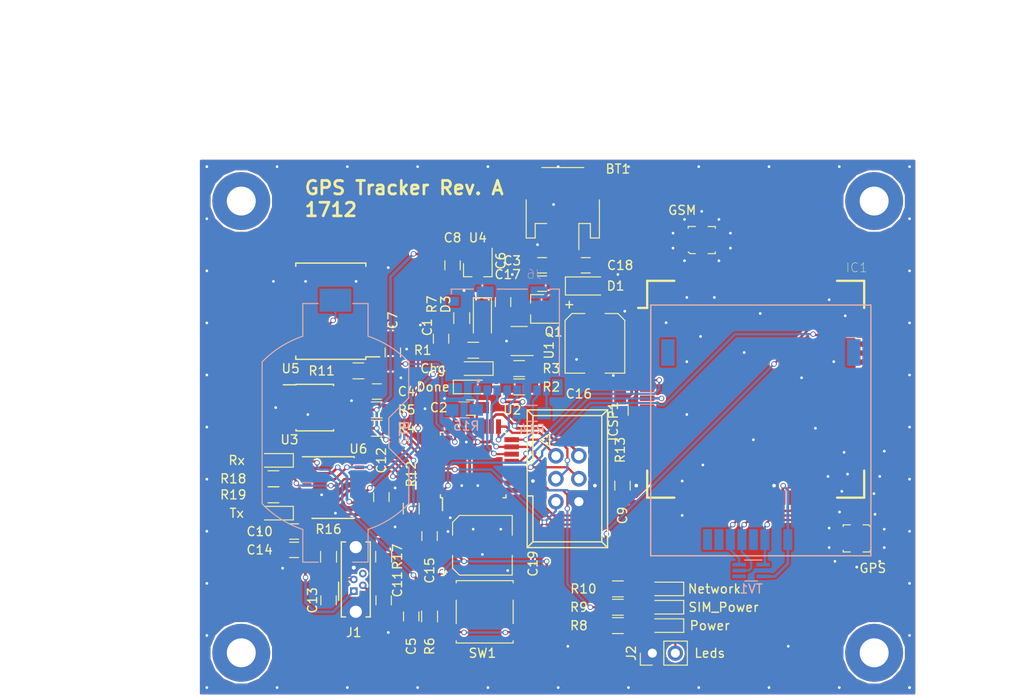
<source format=kicad_pcb>
(kicad_pcb (version 4) (host pcbnew 4.0.7)
  (layers (0 F.Cu signal) (31 B.Cu signal) (34 B.Paste user) (35 F.Paste user) (36 B.SilkS user) (37 F.SilkS user) (38 B.Mask user) (39 F.Mask user) (44 Edge.Cuts user))
  (net 0 "")
  (net 1 +BATT)
  (net 2 GND)
  (net 3 "Net-(BT2-Pad1)")
  (net 4 VBUS)
  (net 5 "Net-(C2-Pad1)")
  (net 6 +3V3)
  (net 7 /ARD_RST)
  (net 8 /DTR)
  (net 9 "Net-(C6-Pad1)")
  (net 10 /RTC_PWR)
  (net 11 "Net-(C9-Pad1)")
  (net 12 "Net-(C11-Pad1)")
  (net 13 "Net-(C13-Pad1)")
  (net 14 +2V8)
  (net 15 /SIM808_P)
  (net 16 "Net-(IC1-Pad9)")
  (net 17 /SIM808_RI)
  (net 18 "Net-(IC1-Pad11)")
  (net 19 "Net-(IC1-Pad12)")
  (net 20 "Net-(IC1-Pad13)")
  (net 21 /ARD_HRX)
  (net 22 /ARD_HTX)
  (net 23 "Net-(IC1-Pad19)")
  (net 24 "Net-(IC1-Pad20)")
  (net 25 "Net-(IC1-Pad21)")
  (net 26 "Net-(IC1-Pad22)")
  (net 27 "Net-(IC1-Pad23)")
  (net 28 "Net-(IC1-Pad24)")
  (net 29 "Net-(IC1-Pad25)")
  (net 30 "Net-(IC1-Pad26)")
  (net 31 "Net-(IC1-Pad27)")
  (net 32 +1V8)
  (net 33 /SIMDATA)
  (net 34 /SIMCLK)
  (net 35 /SIMRST)
  (net 36 "Net-(IC1-Pad33)")
  (net 37 "Net-(IC1-Pad37)")
  (net 38 "Net-(IC1-Pad38)")
  (net 39 "Net-(IC1-Pad39)")
  (net 40 "Net-(IC1-Pad41)")
  (net 41 "Net-(IC1-Pad42)")
  (net 42 "Net-(IC1-Pad43)")
  (net 43 "Net-(IC1-Pad44)")
  (net 44 "Net-(IC1-Pad45)")
  (net 45 "Net-(IC1-Pad46)")
  (net 46 "Net-(IC1-Pad47)")
  (net 47 "Net-(IC1-Pad48)")
  (net 48 /SIM808_S)
  (net 49 /NETWORK_LED)
  (net 50 "Net-(IC1-Pad53)")
  (net 51 "Net-(IC1-Pad55)")
  (net 52 "Net-(IC1-Pad56)")
  (net 53 "Net-(IC1-Pad57)")
  (net 54 "Net-(IC1-Pad58)")
  (net 55 "Net-(IC1-Pad59)")
  (net 56 "Net-(IC1-Pad60)")
  (net 57 "Net-(IC1-Pad61)")
  (net 58 "Net-(IC1-Pad62)")
  (net 59 "Net-(IC1-Pad63)")
  (net 60 /ARD_MISO)
  (net 61 /ARD_SCK)
  (net 62 /ARD_MOSI)
  (net 63 "Net-(J1-Pad4)")
  (net 64 "Net-(J2-Pad2)")
  (net 65 "Net-(J3-Pad6)")
  (net 66 "Net-(J6-Pad8)")
  (net 67 /ARD_IO10)
  (net 68 "Net-(J6-Pad1)")
  (net 69 "Net-(R1-Pad1)")
  (net 70 "Net-(R2-Pad2)")
  (net 71 /SDA)
  (net 72 /SCL)
  (net 73 /WAKE_UP)
  (net 74 "Net-(R16-Pad1)")
  (net 75 "Net-(R17-Pad2)")
  (net 76 "Net-(R18-Pad1)")
  (net 77 "Net-(R19-Pad1)")
  (net 78 "Net-(U2-Pad7)")
  (net 79 "Net-(U2-Pad8)")
  (net 80 "Net-(U2-Pad11)")
  (net 81 "Net-(U2-Pad19)")
  (net 82 "Net-(U2-Pad22)")
  (net 83 "Net-(U2-Pad24)")
  (net 84 "Net-(U2-Pad25)")
  (net 85 "Net-(U2-Pad26)")
  (net 86 /ARD_RX)
  (net 87 /ARD_TX)
  (net 88 "Net-(U3-Pad7)")
  (net 89 "Net-(U5-Pad1)")
  (net 90 "Net-(U5-Pad4)")
  (net 91 "Net-(U6-Pad2)")
  (net 92 +3V3_FDTI)
  (net 93 "Net-(U6-Pad5)")
  (net 94 "Net-(U6-Pad7)")
  (net 95 "Net-(U6-Pad8)")
  (net 96 "Net-(U6-Pad18)")
  (net 97 "Net-(U6-Pad19)")
  (net 98 "Net-(LED1-Pad1)")
  (net 99 "Net-(LED2-Pad2)")
  (net 100 "Net-(LED3-Pad2)")
  (net 101 "Net-(LED4-Pad2)")
  (net 102 "Net-(LED5-Pad2)")
  (net 103 "Net-(LED6-Pad2)")
  (net 104 "Net-(LED7-Pad2)")
  (net 105 "Net-(U2-Pad2)")
  (net 106 "Net-(TV1-Pad4)")
  (net 107 +3.3VP)
  (net 108 /GPS)
  (net 109 /GSM)
  (module custom-conn:Via-0.6mm (layer F.Cu) (at 175.006 101.092)
    (fp_text reference VIA** hide)
    (fp_text value Via-0.6mm hide)
    (pad 1 thru_hole circle (at 0 0) (size 0.6 0.6) (drill 0.3) (layers *.Cu) (net 2 GND))
  )
  (module custom-conn:Via-0.6mm (layer F.Cu) (at 164.3888 122.682)
    (fp_text reference VIA** hide)
    (fp_text value Via-0.6mm hide)
    (pad 1 thru_hole circle (at 0 0) (size 0.6 0.6) (drill 0.3) (layers *.Cu) (net 2 GND))
  )
  (module custom-conn:Via-0.6mm (layer F.Cu) (at 140.0048 122.682)
    (fp_text reference VIA** hide)
    (fp_text value Via-0.6mm hide)
    (pad 1 thru_hole circle (at 0 0) (size 0.6 0.6) (drill 0.3) (layers *.Cu) (net 2 GND))
  )
  (module custom-conn:Via-0.6mm (layer F.Cu) (at 120.142 121.158)
    (fp_text reference VIA** hide)
    (fp_text value Via-0.6mm hide)
    (pad 1 thru_hole circle (at 0 0) (size 0.6 0.6) (drill 0.3) (layers *.Cu) (net 2 GND))
  )
  (module custom-conn:Via-0.6mm (layer F.Cu) (at 114.3 107.95)
    (fp_text reference VIA** hide)
    (fp_text value Via-0.6mm hide)
    (pad 1 thru_hole circle (at 0 0) (size 0.6 0.6) (drill 0.3) (layers *.Cu) (net 2 GND))
  )
  (module Capacitors_SMD:C_0805_HandSoldering (layer F.Cu) (at 120.65 90.17 90)
    (fp_text reference C7 (at 3.556 0 90) (layer F.SilkS))
    (fp_text value 0.1uF hide)
    (pad 1 smd rect (at -1.25 0 90) (size 1.5 1.25) (layers F.Cu F.Paste F.Mask) (net 10 /RTC_PWR))
    (pad 2 smd rect (at 1.25 0 90) (size 1.5 1.25) (layers F.Cu F.Paste F.Mask) (net 2 GND))
  )
  (module custom-conn:Via-0.6mm (layer F.Cu) (at 175.006 111.76)
    (fp_text reference VIA** hide)
    (fp_text value Via-0.6mm hide)
    (pad 1 thru_hole circle (at 0 0) (size 0.6 0.6) (drill 0.3) (layers *.Cu) (net 2 GND))
  )
  (module custom-conn:Via-0.6mm (layer F.Cu) (at 177.8 127.254)
    (fp_text reference VIA** hide)
    (fp_text value Via-0.6mm hide)
    (pad 1 thru_hole circle (at 0 0) (size 0.6 0.6) (drill 0.3) (layers *.Cu) (net 2 GND))
  )
  (module custom-conn:Via-0.6mm (layer F.Cu) (at 177.8 121.4882)
    (fp_text reference VIA** hide)
    (fp_text value Via-0.6mm hide)
    (pad 1 thru_hole circle (at 0 0) (size 0.6 0.6) (drill 0.3) (layers *.Cu) (net 2 GND))
  )
  (module custom-conn:Via-0.6mm (layer F.Cu) (at 177.8 115.7224)
    (fp_text reference VIA** hide)
    (fp_text value Via-0.6mm hide)
    (pad 1 thru_hole circle (at 0 0) (size 0.6 0.6) (drill 0.3) (layers *.Cu) (net 2 GND))
  )
  (module custom-conn:Via-0.6mm (layer F.Cu) (at 177.8 109.9566)
    (fp_text reference VIA** hide)
    (fp_text value Via-0.6mm hide)
    (pad 1 thru_hole circle (at 0 0) (size 0.6 0.6) (drill 0.3) (layers *.Cu) (net 2 GND))
  )
  (module custom-conn:Via-0.6mm (layer F.Cu) (at 177.8 104.1908)
    (fp_text reference VIA** hide)
    (fp_text value Via-0.6mm hide)
    (pad 1 thru_hole circle (at 0 0) (size 0.6 0.6) (drill 0.3) (layers *.Cu) (net 2 GND))
  )
  (module custom-conn:Via-0.6mm (layer F.Cu) (at 177.8 98.425)
    (fp_text reference VIA** hide)
    (fp_text value Via-0.6mm hide)
    (pad 1 thru_hole circle (at 0 0) (size 0.6 0.6) (drill 0.3) (layers *.Cu) (net 2 GND))
  )
  (module custom-conn:Via-0.6mm (layer F.Cu) (at 177.8 92.6592)
    (fp_text reference VIA** hide)
    (fp_text value Via-0.6mm hide)
    (pad 1 thru_hole circle (at 0 0) (size 0.6 0.6) (drill 0.3) (layers *.Cu) (net 2 GND))
  )
  (module custom-conn:Via-0.6mm (layer F.Cu) (at 177.8 86.8934)
    (fp_text reference VIA** hide)
    (fp_text value Via-0.6mm hide)
    (pad 1 thru_hole circle (at 0 0) (size 0.6 0.6) (drill 0.3) (layers *.Cu) (net 2 GND))
  )
  (module custom-conn:Via-0.6mm (layer F.Cu) (at 177.8 81.1276)
    (fp_text reference VIA** hide)
    (fp_text value Via-0.6mm hide)
    (pad 1 thru_hole circle (at 0 0) (size 0.6 0.6) (drill 0.3) (layers *.Cu) (net 2 GND))
  )
  (module custom-conn:Via-0.6mm (layer F.Cu) (at 177.8 75.3618)
    (fp_text reference VIA** hide)
    (fp_text value Via-0.6mm hide)
    (pad 1 thru_hole circle (at 0 0) (size 0.6 0.6) (drill 0.3) (layers *.Cu) (net 2 GND))
  )
  (module custom-conn:Via-0.6mm (layer F.Cu) (at 177.8 127.254)
    (fp_text reference VIA** hide)
    (fp_text value Via-0.6mm hide)
    (pad 1 thru_hole circle (at 0 0) (size 0.6 0.6) (drill 0.3) (layers *.Cu) (net 2 GND))
  )
  (module custom-conn:Via-0.6mm (layer F.Cu) (at 170.0276 127.254)
    (fp_text reference VIA** hide)
    (fp_text value Via-0.6mm hide)
    (pad 1 thru_hole circle (at 0 0) (size 0.6 0.6) (drill 0.3) (layers *.Cu) (net 2 GND))
  )
  (module custom-conn:Via-0.6mm (layer F.Cu) (at 162.2552 127.254)
    (fp_text reference VIA** hide)
    (fp_text value Via-0.6mm hide)
    (pad 1 thru_hole circle (at 0 0) (size 0.6 0.6) (drill 0.3) (layers *.Cu) (net 2 GND))
  )
  (module custom-conn:Via-0.6mm (layer F.Cu) (at 154.4828 127.254)
    (fp_text reference VIA** hide)
    (fp_text value Via-0.6mm hide)
    (pad 1 thru_hole circle (at 0 0) (size 0.6 0.6) (drill 0.3) (layers *.Cu) (net 2 GND))
  )
  (module custom-conn:Via-0.6mm (layer F.Cu) (at 146.7104 127.254)
    (fp_text reference VIA** hide)
    (fp_text value Via-0.6mm hide)
    (pad 1 thru_hole circle (at 0 0) (size 0.6 0.6) (drill 0.3) (layers *.Cu) (net 2 GND))
  )
  (module custom-conn:Via-0.6mm (layer F.Cu) (at 138.938 127.254)
    (fp_text reference VIA** hide)
    (fp_text value Via-0.6mm hide)
    (pad 1 thru_hole circle (at 0 0) (size 0.6 0.6) (drill 0.3) (layers *.Cu) (net 2 GND))
  )
  (module custom-conn:Via-0.6mm (layer F.Cu) (at 131.1656 127.254)
    (fp_text reference VIA** hide)
    (fp_text value Via-0.6mm hide)
    (pad 1 thru_hole circle (at 0 0) (size 0.6 0.6) (drill 0.3) (layers *.Cu) (net 2 GND))
  )
  (module custom-conn:Via-0.6mm (layer F.Cu) (at 123.3932 127.254)
    (fp_text reference VIA** hide)
    (fp_text value Via-0.6mm hide)
    (pad 1 thru_hole circle (at 0 0) (size 0.6 0.6) (drill 0.3) (layers *.Cu) (net 2 GND))
  )
  (module custom-conn:Via-0.6mm (layer F.Cu) (at 115.6208 127.254)
    (fp_text reference VIA** hide)
    (fp_text value Via-0.6mm hide)
    (pad 1 thru_hole circle (at 0 0) (size 0.6 0.6) (drill 0.3) (layers *.Cu) (net 2 GND))
  )
  (module custom-conn:Via-0.6mm (layer F.Cu) (at 107.8484 127.254)
    (fp_text reference VIA** hide)
    (fp_text value Via-0.6mm hide)
    (pad 1 thru_hole circle (at 0 0) (size 0.6 0.6) (drill 0.3) (layers *.Cu) (net 2 GND))
  )
  (module custom-conn:Via-0.6mm (layer F.Cu) (at 100.076 127.254)
    (fp_text reference VIA** hide)
    (fp_text value Via-0.6mm hide)
    (pad 1 thru_hole circle (at 0 0) (size 0.6 0.6) (drill 0.3) (layers *.Cu) (net 2 GND))
  )
  (module custom-conn:Via-0.6mm (layer F.Cu) (at 100.076 121.4882)
    (fp_text reference VIA** hide)
    (fp_text value Via-0.6mm hide)
    (pad 1 thru_hole circle (at 0 0) (size 0.6 0.6) (drill 0.3) (layers *.Cu) (net 2 GND))
  )
  (module custom-conn:Via-0.6mm (layer F.Cu) (at 100.076 115.7224)
    (fp_text reference VIA** hide)
    (fp_text value Via-0.6mm hide)
    (pad 1 thru_hole circle (at 0 0) (size 0.6 0.6) (drill 0.3) (layers *.Cu) (net 2 GND))
  )
  (module custom-conn:Via-0.6mm (layer F.Cu) (at 100.076 109.9566)
    (fp_text reference VIA** hide)
    (fp_text value Via-0.6mm hide)
    (pad 1 thru_hole circle (at 0 0) (size 0.6 0.6) (drill 0.3) (layers *.Cu) (net 2 GND))
  )
  (module custom-conn:Via-0.6mm (layer F.Cu) (at 100.076 104.1908)
    (fp_text reference VIA** hide)
    (fp_text value Via-0.6mm hide)
    (pad 1 thru_hole circle (at 0 0) (size 0.6 0.6) (drill 0.3) (layers *.Cu) (net 2 GND))
  )
  (module custom-conn:Via-0.6mm (layer F.Cu) (at 100.076 98.425)
    (fp_text reference VIA** hide)
    (fp_text value Via-0.6mm hide)
    (pad 1 thru_hole circle (at 0 0) (size 0.6 0.6) (drill 0.3) (layers *.Cu) (net 2 GND))
  )
  (module custom-conn:Via-0.6mm (layer F.Cu) (at 100.076 92.6592)
    (fp_text reference VIA** hide)
    (fp_text value Via-0.6mm hide)
    (pad 1 thru_hole circle (at 0 0) (size 0.6 0.6) (drill 0.3) (layers *.Cu) (net 2 GND))
  )
  (module custom-conn:Via-0.6mm (layer F.Cu) (at 100.076 86.8934)
    (fp_text reference VIA** hide)
    (fp_text value Via-0.6mm hide)
    (pad 1 thru_hole circle (at 0 0) (size 0.6 0.6) (drill 0.3) (layers *.Cu) (net 2 GND))
  )
  (module custom-conn:Via-0.6mm (layer F.Cu) (at 100.076 81.1276)
    (fp_text reference VIA** hide)
    (fp_text value Via-0.6mm hide)
    (pad 1 thru_hole circle (at 0 0) (size 0.6 0.6) (drill 0.3) (layers *.Cu) (net 2 GND))
  )
  (module custom-conn:Via-0.6mm (layer F.Cu) (at 100.076 75.3618)
    (fp_text reference VIA** hide)
    (fp_text value Via-0.6mm hide)
    (pad 1 thru_hole circle (at 0 0) (size 0.6 0.6) (drill 0.3) (layers *.Cu) (net 2 GND))
  )
  (module custom-conn:Via-0.6mm (layer F.Cu) (at 177.8 69.596)
    (fp_text reference VIA** hide)
    (fp_text value Via-0.6mm hide)
    (pad 1 thru_hole circle (at 0 0) (size 0.6 0.6) (drill 0.3) (layers *.Cu) (net 2 GND))
  )
  (module custom-conn:Via-0.6mm (layer F.Cu) (at 170.0276 69.596)
    (fp_text reference VIA** hide)
    (fp_text value Via-0.6mm hide)
    (pad 1 thru_hole circle (at 0 0) (size 0.6 0.6) (drill 0.3) (layers *.Cu) (net 2 GND))
  )
  (module custom-conn:Via-0.6mm (layer F.Cu) (at 162.2552 69.596)
    (fp_text reference VIA** hide)
    (fp_text value Via-0.6mm hide)
    (pad 1 thru_hole circle (at 0 0) (size 0.6 0.6) (drill 0.3) (layers *.Cu) (net 2 GND))
  )
  (module custom-conn:Via-0.6mm (layer F.Cu) (at 154.4828 69.596)
    (fp_text reference VIA** hide)
    (fp_text value Via-0.6mm hide)
    (pad 1 thru_hole circle (at 0 0) (size 0.6 0.6) (drill 0.3) (layers *.Cu) (net 2 GND))
  )
  (module custom-conn:Via-0.6mm (layer F.Cu) (at 146.7104 69.596)
    (fp_text reference VIA** hide)
    (fp_text value Via-0.6mm hide)
    (pad 1 thru_hole circle (at 0 0) (size 0.6 0.6) (drill 0.3) (layers *.Cu) (net 2 GND))
  )
  (module custom-conn:Via-0.6mm (layer F.Cu) (at 138.938 69.596)
    (fp_text reference VIA** hide)
    (fp_text value Via-0.6mm hide)
    (pad 1 thru_hole circle (at 0 0) (size 0.6 0.6) (drill 0.3) (layers *.Cu) (net 2 GND))
  )
  (module custom-conn:Via-0.6mm (layer F.Cu) (at 131.1656 69.596)
    (fp_text reference VIA** hide)
    (fp_text value Via-0.6mm hide)
    (pad 1 thru_hole circle (at 0 0) (size 0.6 0.6) (drill 0.3) (layers *.Cu) (net 2 GND))
  )
  (module custom-conn:Via-0.6mm (layer F.Cu) (at 123.3932 69.596)
    (fp_text reference VIA** hide)
    (fp_text value Via-0.6mm hide)
    (pad 1 thru_hole circle (at 0 0) (size 0.6 0.6) (drill 0.3) (layers *.Cu) (net 2 GND))
  )
  (module custom-conn:Via-0.6mm (layer F.Cu) (at 115.6208 69.596)
    (fp_text reference VIA** hide)
    (fp_text value Via-0.6mm hide)
    (pad 1 thru_hole circle (at 0 0) (size 0.6 0.6) (drill 0.3) (layers *.Cu) (net 2 GND))
  )
  (module custom-conn:Via-0.6mm (layer F.Cu) (at 107.8484 69.596)
    (fp_text reference VIA** hide)
    (fp_text value Via-0.6mm hide)
    (pad 1 thru_hole circle (at 0 0) (size 0.6 0.6) (drill 0.3) (layers *.Cu) (net 2 GND))
  )
  (module Mounting_Holes:MountingHole_3.2mm_M3_Pad (layer F.Cu) (at 173.886 123.406)
    (fp_text reference REF** hide)
    (fp_text value MountingHole_3.2mm_M3_Pad hide)
    (pad 1 thru_hole circle (at 0 0) (size 6.4 6.4) (drill 3.2) (layers *.Cu *.Mask))
  )
  (module Mounting_Holes:MountingHole_3.2mm_M3_Pad (layer F.Cu) (at 103.886 123.406)
    (fp_text reference REF** hide)
    (fp_text value MountingHole_3.2mm_M3_Pad hide)
    (pad 1 thru_hole circle (at 0 0) (size 6.4 6.4) (drill 3.2) (layers *.Cu *.Mask))
  )
  (module Mounting_Holes:MountingHole_3.2mm_M3_Pad (layer F.Cu) (at 173.886 73.406)
    (fp_text reference REF** hide)
    (fp_text value MountingHole_3.2mm_M3_Pad hide)
    (pad 1 thru_hole circle (at 0 0) (size 6.4 6.4) (drill 3.2) (layers *.Cu *.Mask))
  )
  (module Mounting_Holes:MountingHole_3.2mm_M3_Pad (layer F.Cu) (at 103.886 73.406)
    (fp_text reference REF** hide)
    (fp_text value MountingHole_3.2mm_M3_Pad hide)
    (pad 1 thru_hole circle (at 0 0) (size 6.4 6.4) (drill 3.2) (layers *.Cu *.Mask))
  )
  (module custom-conn:Via-0.6mm (layer F.Cu) (at 133.223 88.9)
    (fp_text reference VIA** hide)
    (fp_text value Via-0.6mm hide)
    (pad 1 thru_hole circle (at 0 0) (size 0.6 0.6) (drill 0.3) (layers *.Cu) (net 2 GND))
  )
  (module custom-conn:Via-0.6mm (layer F.Cu) (at 121.539 92.964)
    (fp_text reference VIA** hide)
    (fp_text value Via-0.6mm hide)
    (pad 1 thru_hole circle (at 0 0) (size 0.6 0.6) (drill 0.3) (layers *.Cu) (net 2 GND))
  )
  (module custom-conn:Via-0.6mm (layer F.Cu) (at 124.206 96.393)
    (fp_text reference VIA** hide)
    (fp_text value Via-0.6mm hide)
    (pad 1 thru_hole circle (at 0 0) (size 0.6 0.6) (drill 0.3) (layers *.Cu) (net 2 GND))
  )
  (module custom-conn:Via-0.6mm (layer F.Cu) (at 123.698 87.122)
    (fp_text reference VIA** hide)
    (fp_text value Via-0.6mm hide)
    (pad 1 thru_hole circle (at 0 0) (size 0.6 0.6) (drill 0.3) (layers *.Cu) (net 2 GND))
  )
  (module custom-conn:Via-0.6mm (layer F.Cu) (at 122.174 89.789)
    (fp_text reference VIA** hide)
    (fp_text value Via-0.6mm hide)
    (pad 1 thru_hole circle (at 0 0) (size 0.6 0.6) (drill 0.3) (layers *.Cu) (net 2 GND))
  )
  (module custom-conn:Via-0.6mm (layer F.Cu) (at 126.365 95.25)
    (fp_text reference VIA** hide)
    (fp_text value Via-0.6mm hide)
    (pad 1 thru_hole circle (at 0 0) (size 0.6 0.6) (drill 0.3) (layers *.Cu) (net 2 GND))
  )
  (module custom-conn:Via-0.6mm (layer F.Cu) (at 116.078 95.504)
    (fp_text reference VIA** hide)
    (fp_text value Via-0.6mm hide)
    (pad 1 thru_hole circle (at 0 0) (size 0.6 0.6) (drill 0.3) (layers *.Cu) (net 2 GND))
  )
  (module custom-conn:Via-0.6mm (layer F.Cu) (at 126.746 109.982)
    (fp_text reference VIA** hide)
    (fp_text value Via-0.6mm hide)
    (pad 1 thru_hole circle (at 0 0) (size 0.6 0.6) (drill 0.3) (layers *.Cu) (net 2 GND))
  )
  (module custom-conn:Via-0.6mm (layer F.Cu) (at 154.94 102.616)
    (fp_text reference VIA** hide)
    (fp_text value Via-0.6mm hide)
    (pad 1 thru_hole circle (at 0 0) (size 0.6 0.6) (drill 0.3) (layers *.Cu) (net 2 GND))
  )
  (module custom-conn:Via-0.6mm (layer F.Cu) (at 169.418 91.186)
    (fp_text reference VIA** hide)
    (fp_text value Via-0.6mm hide)
    (pad 1 thru_hole circle (at 0 0) (size 0.6 0.6) (drill 0.3) (layers *.Cu) (net 2 GND))
  )
  (module custom-conn:Via-0.6mm (layer F.Cu) (at 153.162 91.186)
    (fp_text reference VIA** hide)
    (fp_text value Via-0.6mm hide)
    (pad 1 thru_hole circle (at 0 0) (size 0.6 0.6) (drill 0.3) (layers *.Cu) (net 2 GND))
  )
  (module custom-conn:Via-0.6mm (layer F.Cu) (at 154.686 88.392)
    (fp_text reference VIA** hide)
    (fp_text value Via-0.6mm hide)
    (pad 1 thru_hole circle (at 0 0) (size 0.6 0.6) (drill 0.3) (layers *.Cu) (net 2 GND))
  )
  (module custom-conn:Via-0.6mm (layer F.Cu) (at 161.29 85.852)
    (fp_text reference VIA** hide)
    (fp_text value Via-0.6mm hide)
    (pad 1 thru_hole circle (at 0 0) (size 0.6 0.6) (drill 0.3) (layers *.Cu) (net 2 GND))
  )
  (module custom-conn:Via-0.6mm (layer F.Cu) (at 167.386 98.552)
    (fp_text reference VIA** hide)
    (fp_text value Via-0.6mm hide)
    (pad 1 thru_hole circle (at 0 0) (size 0.6 0.6) (drill 0.3) (layers *.Cu) (net 2 GND))
  )
  (module custom-conn:Via-0.6mm (layer F.Cu) (at 159.512 90.17)
    (fp_text reference VIA** hide)
    (fp_text value Via-0.6mm hide)
    (pad 1 thru_hole circle (at 0 0) (size 0.6 0.6) (drill 0.3) (layers *.Cu) (net 2 GND))
  )
  (module custom-conn:Via-0.6mm (layer F.Cu) (at 153.162 97.028)
    (fp_text reference VIA** hide)
    (fp_text value Via-0.6mm hide)
    (pad 1 thru_hole circle (at 0 0) (size 0.6 0.6) (drill 0.3) (layers *.Cu) (net 2 GND))
  )
  (module custom-conn:Via-0.6mm (layer F.Cu) (at 165.862 92.964)
    (fp_text reference VIA** hide)
    (fp_text value Via-0.6mm hide)
    (pad 1 thru_hole circle (at 0 0) (size 0.6 0.6) (drill 0.3) (layers *.Cu) (net 2 GND))
  )
  (module custom-conn:Via-0.6mm (layer F.Cu) (at 160.528 99.822)
    (fp_text reference VIA** hide)
    (fp_text value Via-0.6mm hide)
    (pad 1 thru_hole circle (at 0 0) (size 0.6 0.6) (drill 0.3) (layers *.Cu) (net 2 GND))
  )
  (module custom-conn:Via-0.6mm (layer F.Cu) (at 157.988 78.613)
    (fp_text reference VIA** hide)
    (fp_text value Via-0.6mm hide)
    (pad 1 thru_hole circle (at 0 0) (size 0.6 0.6) (drill 0.3) (layers *.Cu) (net 2 GND))
  )
  (module custom-conn:Via-0.6mm (layer F.Cu) (at 151.638 78.613)
    (fp_text reference VIA** hide)
    (fp_text value Via-0.6mm hide)
    (pad 1 thru_hole circle (at 0 0) (size 0.6 0.6) (drill 0.3) (layers *.Cu) (net 2 GND))
  )
  (module Connectors_Molex:Molex_Microcoaxial_RF (layer F.Cu) (at 171.958 110.744 180)
    (fp_text reference J4 hide)
    (fp_text value CONN_COAXIAL hide)
    (pad 2 smd rect (at -1.475 0 180) (size 1.05 2.2) (layers F.Cu F.Paste F.Mask) (net 2 GND))
    (pad 2 smd rect (at 1.475 0 180) (size 1.05 2.2) (layers F.Cu F.Paste F.Mask) (net 2 GND))
    (pad 2 smd rect (at 0 -1.5 180) (size 1 1) (layers F.Cu F.Paste F.Mask) (net 2 GND))
    (pad 1 smd rect (at 0 1.5 180) (size 1 1) (layers F.Cu F.Paste F.Mask) (net 108 /GPS))
  )
  (module custom-conn:Via-0.6mm (layer F.Cu) (at 175.006 109.728)
    (fp_text reference VIA** hide)
    (fp_text value Via-0.6mm hide)
    (pad 1 thru_hole circle (at 0 0) (size 0.6 0.6) (drill 0.3) (layers *.Cu) (net 2 GND))
  )
  (module custom-conn:Via-0.6mm (layer F.Cu) (at 173.863 105.791)
    (fp_text reference VIA** hide)
    (fp_text value Via-0.6mm hide)
    (pad 1 thru_hole circle (at 0 0) (size 0.6 0.6) (drill 0.3) (layers *.Cu) (net 2 GND))
  )
  (module custom-conn:Via-0.6mm (layer F.Cu) (at 170.307 105.537)
    (fp_text reference VIA** hide)
    (fp_text value Via-0.6mm hide)
    (pad 1 thru_hole circle (at 0 0) (size 0.6 0.6) (drill 0.3) (layers *.Cu) (net 2 GND))
  )
  (module custom-conn:Via-0.6mm (layer F.Cu) (at 168.91 109.601)
    (fp_text reference VIA** hide)
    (fp_text value Via-0.6mm hide)
    (pad 1 thru_hole circle (at 0 0) (size 0.6 0.6) (drill 0.3) (layers *.Cu) (net 2 GND))
  )
  (module custom-conn:Via-0.6mm (layer F.Cu) (at 170.942 103.632)
    (fp_text reference VIA** hide)
    (fp_text value Via-0.6mm hide)
    (pad 1 thru_hole circle (at 0 0) (size 0.6 0.6) (drill 0.3) (layers *.Cu) (net 2 GND))
  )
  (module custom-conn:Via-0.6mm (layer F.Cu) (at 174.498 103.886)
    (fp_text reference VIA** hide)
    (fp_text value Via-0.6mm hide)
    (pad 1 thru_hole circle (at 0 0) (size 0.6 0.6) (drill 0.3) (layers *.Cu) (net 2 GND))
  )
  (module custom-conn:Via-0.6mm (layer F.Cu) (at 173.99 108.077)
    (fp_text reference VIA** hide)
    (fp_text value Via-0.6mm hide)
    (pad 1 thru_hole circle (at 0 0) (size 0.6 0.6) (drill 0.3) (layers *.Cu) (net 2 GND))
  )
  (module custom-conn:Via-0.6mm (layer F.Cu) (at 174.498 113.284)
    (fp_text reference VIA** hide)
    (fp_text value Via-0.6mm hide)
    (pad 1 thru_hole circle (at 0 0) (size 0.6 0.6) (drill 0.3) (layers *.Cu) (net 2 GND))
  )
  (module custom-conn:Via-0.6mm (layer F.Cu) (at 169.545 113.284)
    (fp_text reference VIA** hide)
    (fp_text value Via-0.6mm hide)
    (pad 1 thru_hole circle (at 0 0) (size 0.6 0.6) (drill 0.3) (layers *.Cu) (net 2 GND))
  )
  (module custom-conn:Via-0.6mm (layer F.Cu) (at 168.783 103.886)
    (fp_text reference VIA** hide)
    (fp_text value Via-0.6mm hide)
    (pad 1 thru_hole circle (at 0 0) (size 0.6 0.6) (drill 0.3) (layers *.Cu) (net 2 GND))
  )
  (module custom-conn:Via-0.6mm (layer F.Cu) (at 154.813 74.549)
    (fp_text reference VIA** hide)
    (fp_text value Via-0.6mm hide)
    (pad 1 thru_hole circle (at 0 0) (size 0.6 0.6) (drill 0.3) (layers *.Cu) (net 2 GND))
  )
  (module custom-conn:Via-0.6mm (layer F.Cu) (at 152.908 75.438)
    (fp_text reference VIA** hide)
    (fp_text value Via-0.6mm hide)
    (pad 1 thru_hole circle (at 0 0) (size 0.6 0.6) (drill 0.3) (layers *.Cu) (net 2 GND))
  )
  (module SIM808:QFN100P2400X2400X260-68N (layer F.Cu) (at 160.782 94.234)
    (fp_text reference IC1 (at 11.176 -13.462) (layer F.SilkS) (effects (font (size 1.00176 1.00176) (thickness 0.05))))
    (fp_text value SIM808 hide)
    (pad 1 smd rect (at -12 -8) (size 1.6 0.6) (layers F.Cu F.Paste F.Mask) (net 2 GND))
    (pad 2 smd rect (at -12 -7) (size 1.6 0.6) (layers F.Cu F.Paste F.Mask) (net 2 GND))
    (pad 3 smd rect (at -12 -6) (size 1.6 0.6) (layers F.Cu F.Paste F.Mask) (net 2 GND))
    (pad 4 smd rect (at -12 -5) (size 1.6 0.6) (layers F.Cu F.Paste F.Mask) (net 1 +BATT))
    (pad 5 smd rect (at -12 -4) (size 1.6 0.6) (layers F.Cu F.Paste F.Mask) (net 1 +BATT))
    (pad 6 smd rect (at -12 -3) (size 1.6 0.6) (layers F.Cu F.Paste F.Mask) (net 1 +BATT))
    (pad 7 smd rect (at -12 -2) (size 1.6 0.6) (layers F.Cu F.Paste F.Mask) (net 14 +2V8))
    (pad 8 smd rect (at -12 -1) (size 1.6 0.6) (layers F.Cu F.Paste F.Mask) (net 15 /SIM808_P))
    (pad 9 smd rect (at -12 0) (size 1.6 0.6) (layers F.Cu F.Paste F.Mask) (net 16 "Net-(IC1-Pad9)"))
    (pad 10 smd rect (at -12 1) (size 1.6 0.6) (layers F.Cu F.Paste F.Mask) (net 17 /SIM808_RI))
    (pad 11 smd rect (at -12 2) (size 1.6 0.6) (layers F.Cu F.Paste F.Mask) (net 18 "Net-(IC1-Pad11)"))
    (pad 12 smd rect (at -12 3) (size 1.6 0.6) (layers F.Cu F.Paste F.Mask) (net 19 "Net-(IC1-Pad12)"))
    (pad 13 smd rect (at -12 4) (size 1.6 0.6) (layers F.Cu F.Paste F.Mask) (net 20 "Net-(IC1-Pad13)"))
    (pad 14 smd rect (at -12 5) (size 1.6 0.6) (layers F.Cu F.Paste F.Mask) (net 21 /ARD_HRX))
    (pad 15 smd rect (at -12 6) (size 1.6 0.6) (layers F.Cu F.Paste F.Mask) (net 22 /ARD_HTX))
    (pad 16 smd rect (at -12 7) (size 1.6 0.6) (layers F.Cu F.Paste F.Mask) (net 7 /ARD_RST))
    (pad 17 smd rect (at -12 8) (size 1.6 0.6) (layers F.Cu F.Paste F.Mask) (net 11 "Net-(C9-Pad1)"))
    (pad 18 smd rect (at -8 12 90) (size 1.6 0.6) (layers F.Cu F.Paste F.Mask) (net 2 GND))
    (pad 19 smd rect (at -7 12 90) (size 1.6 0.6) (layers F.Cu F.Paste F.Mask) (net 23 "Net-(IC1-Pad19)"))
    (pad 20 smd rect (at -6 12 90) (size 1.6 0.6) (layers F.Cu F.Paste F.Mask) (net 24 "Net-(IC1-Pad20)"))
    (pad 21 smd rect (at -5 12 90) (size 1.6 0.6) (layers F.Cu F.Paste F.Mask) (net 25 "Net-(IC1-Pad21)"))
    (pad 22 smd rect (at -4 12 90) (size 1.6 0.6) (layers F.Cu F.Paste F.Mask) (net 26 "Net-(IC1-Pad22)"))
    (pad 23 smd rect (at -3 12 90) (size 1.6 0.6) (layers F.Cu F.Paste F.Mask) (net 27 "Net-(IC1-Pad23)"))
    (pad 24 smd rect (at -2 12 90) (size 1.6 0.6) (layers F.Cu F.Paste F.Mask) (net 28 "Net-(IC1-Pad24)"))
    (pad 25 smd rect (at -1 12 90) (size 1.6 0.6) (layers F.Cu F.Paste F.Mask) (net 29 "Net-(IC1-Pad25)"))
    (pad 26 smd rect (at 0 12 90) (size 1.6 0.6) (layers F.Cu F.Paste F.Mask) (net 30 "Net-(IC1-Pad26)"))
    (pad 27 smd rect (at 1 12 90) (size 1.6 0.6) (layers F.Cu F.Paste F.Mask) (net 31 "Net-(IC1-Pad27)"))
    (pad 28 smd rect (at 2 12 90) (size 1.6 0.6) (layers F.Cu F.Paste F.Mask) (net 2 GND))
    (pad 29 smd rect (at 3 12 90) (size 1.6 0.6) (layers F.Cu F.Paste F.Mask) (net 32 +1V8))
    (pad 30 smd rect (at 4 12 90) (size 1.6 0.6) (layers F.Cu F.Paste F.Mask) (net 33 /SIMDATA))
    (pad 31 smd rect (at 5 12 90) (size 1.6 0.6) (layers F.Cu F.Paste F.Mask) (net 34 /SIMCLK))
    (pad 32 smd rect (at 6 12 90) (size 1.6 0.6) (layers F.Cu F.Paste F.Mask) (net 35 /SIMRST))
    (pad 33 smd rect (at 7 12 90) (size 1.6 0.6) (layers F.Cu F.Paste F.Mask) (net 36 "Net-(IC1-Pad33)"))
    (pad 34 smd rect (at 8 12 90) (size 1.6 0.6) (layers F.Cu F.Paste F.Mask) (net 2 GND))
    (pad 35 smd rect (at 12 8 180) (size 1.6 0.6) (layers F.Cu F.Paste F.Mask) (net 108 /GPS))
    (pad 36 smd rect (at 12 7 180) (size 1.6 0.6) (layers F.Cu F.Paste F.Mask) (net 2 GND))
    (pad 37 smd rect (at 12 6 180) (size 1.6 0.6) (layers F.Cu F.Paste F.Mask) (net 37 "Net-(IC1-Pad37)"))
    (pad 38 smd rect (at 12 5 180) (size 1.6 0.6) (layers F.Cu F.Paste F.Mask) (net 38 "Net-(IC1-Pad38)"))
    (pad 39 smd rect (at 12 4 180) (size 1.6 0.6) (layers F.Cu F.Paste F.Mask) (net 39 "Net-(IC1-Pad39)"))
    (pad 40 smd rect (at 12 3 180) (size 1.6 0.6) (layers F.Cu F.Paste F.Mask) (net 2 GND))
    (pad 41 smd rect (at 12 2 180) (size 1.6 0.6) (layers F.Cu F.Paste F.Mask) (net 40 "Net-(IC1-Pad41)"))
    (pad 42 smd rect (at 12 1 180) (size 1.6 0.6) (layers F.Cu F.Paste F.Mask) (net 41 "Net-(IC1-Pad42)"))
    (pad 43 smd rect (at 12 0 180) (size 1.6 0.6) (layers F.Cu F.Paste F.Mask) (net 42 "Net-(IC1-Pad43)"))
    (pad 44 smd rect (at 12 -1 180) (size 1.6 0.6) (layers F.Cu F.Paste F.Mask) (net 43 "Net-(IC1-Pad44)"))
    (pad 45 smd rect (at 12 -2 180) (size 1.6 0.6) (layers F.Cu F.Paste F.Mask) (net 44 "Net-(IC1-Pad45)"))
    (pad 46 smd rect (at 12 -3 180) (size 1.6 0.6) (layers F.Cu F.Paste F.Mask) (net 45 "Net-(IC1-Pad46)"))
    (pad 47 smd rect (at 12 -4 180) (size 1.6 0.6) (layers F.Cu F.Paste F.Mask) (net 46 "Net-(IC1-Pad47)"))
    (pad 48 smd rect (at 12 -5 180) (size 1.6 0.6) (layers F.Cu F.Paste F.Mask) (net 47 "Net-(IC1-Pad48)"))
    (pad 49 smd rect (at 12 -6 180) (size 1.6 0.6) (layers F.Cu F.Paste F.Mask) (net 48 /SIM808_S))
    (pad 50 smd rect (at 12 -7 180) (size 1.6 0.6) (layers F.Cu F.Paste F.Mask) (net 49 /NETWORK_LED))
    (pad 51 smd rect (at 12 -8 180) (size 1.6 0.6) (layers F.Cu F.Paste F.Mask) (net 2 GND))
    (pad 52 smd rect (at 8 -12 270) (size 1.6 0.6) (layers F.Cu F.Paste F.Mask) (net 2 GND))
    (pad 53 smd rect (at 7 -12 270) (size 1.6 0.6) (layers F.Cu F.Paste F.Mask) (net 50 "Net-(IC1-Pad53)"))
    (pad 54 smd rect (at 6 -12 270) (size 1.6 0.6) (layers F.Cu F.Paste F.Mask) (net 2 GND))
    (pad 55 smd rect (at 5 -12 270) (size 1.6 0.6) (layers F.Cu F.Paste F.Mask) (net 51 "Net-(IC1-Pad55)"))
    (pad 56 smd rect (at 4 -12 270) (size 1.6 0.6) (layers F.Cu F.Paste F.Mask) (net 52 "Net-(IC1-Pad56)"))
    (pad 57 smd rect (at 3 -12 270) (size 1.6 0.6) (layers F.Cu F.Paste F.Mask) (net 53 "Net-(IC1-Pad57)"))
    (pad 58 smd rect (at 2 -12 270) (size 1.6 0.6) (layers F.Cu F.Paste F.Mask) (net 54 "Net-(IC1-Pad58)"))
    (pad 59 smd rect (at 1 -12 270) (size 1.6 0.6) (layers F.Cu F.Paste F.Mask) (net 55 "Net-(IC1-Pad59)"))
    (pad 60 smd rect (at 0 -12 270) (size 1.6 0.6) (layers F.Cu F.Paste F.Mask) (net 56 "Net-(IC1-Pad60)"))
    (pad 61 smd rect (at -1 -12 270) (size 1.6 0.6) (layers F.Cu F.Paste F.Mask) (net 57 "Net-(IC1-Pad61)"))
    (pad 62 smd rect (at -2 -12 270) (size 1.6 0.6) (layers F.Cu F.Paste F.Mask) (net 58 "Net-(IC1-Pad62)"))
    (pad 63 smd rect (at -3 -12 270) (size 1.6 0.6) (layers F.Cu F.Paste F.Mask) (net 59 "Net-(IC1-Pad63)"))
    (pad 64 smd rect (at -4 -12 270) (size 1.6 0.6) (layers F.Cu F.Paste F.Mask) (net 2 GND))
    (pad 65 smd rect (at -5 -12 270) (size 1.6 0.6) (layers F.Cu F.Paste F.Mask) (net 2 GND))
    (pad 66 smd rect (at -6 -12 270) (size 1.6 0.6) (layers F.Cu F.Paste F.Mask) (net 109 /GSM))
    (pad 67 smd rect (at -7 -12 270) (size 1.6 0.6) (layers F.Cu F.Paste F.Mask) (net 2 GND))
    (pad 68 smd rect (at -8 -12 270) (size 1.6 0.6) (layers F.Cu F.Paste F.Mask) (net 2 GND))
  )
  (module custom-conn:Via-0.6mm (layer F.Cu) (at 133.35 114.3)
    (fp_text reference VIA** hide)
    (fp_text value Via-0.6mm hide)
    (pad 1 thru_hole circle (at 0 0) (size 0.6 0.6) (drill 0.3) (layers *.Cu) (net 2 GND))
  )
  (module custom-conn:Via-0.6mm (layer F.Cu) (at 138.43 73.787)
    (fp_text reference VIA** hide)
    (fp_text value Via-0.6mm hide)
    (pad 1 thru_hole circle (at 0 0) (size 0.6 0.6) (drill 0.3) (layers *.Cu) (net 2 GND))
  )
  (module custom-conn:Via-0.6mm (layer F.Cu) (at 136.652 78.232)
    (fp_text reference VIA** hide)
    (fp_text value Via-0.6mm hide)
    (pad 1 thru_hole circle (at 0 0) (size 0.6 0.6) (drill 0.3) (layers *.Cu) (net 2 GND))
  )
  (module custom-conn:Via-0.6mm (layer F.Cu) (at 130.048 104.902)
    (fp_text reference VIA** hide)
    (fp_text value Via-0.6mm hide)
    (pad 1 thru_hole circle (at 0 0) (size 0.6 0.6) (drill 0.3) (layers *.Cu) (net 2 GND))
  )
  (module custom-conn:Via-0.6mm (layer F.Cu) (at 128.27 104.902)
    (fp_text reference VIA** hide)
    (fp_text value Via-0.6mm hide)
    (pad 1 thru_hole circle (at 0 0) (size 0.6 0.6) (drill 0.3) (layers *.Cu) (net 2 GND))
  )
  (module custom-conn:Via-0.6mm (layer F.Cu) (at 107.442 82.296)
    (fp_text reference VIA** hide)
    (fp_text value Via-0.6mm hide)
    (pad 1 thru_hole circle (at 0 0) (size 0.6 0.6) (drill 0.3) (layers *.Cu) (net 2 GND))
  )
  (module custom-conn:Via-0.6mm (layer F.Cu) (at 120.142 80.772)
    (fp_text reference VIA** hide)
    (fp_text value Via-0.6mm hide)
    (pad 1 thru_hole circle (at 0 0) (size 0.6 0.6) (drill 0.3) (layers *.Cu) (net 2 GND))
  )
  (module custom-conn:Via-0.6mm (layer F.Cu) (at 111.252 97.028)
    (fp_text reference VIA** hide)
    (fp_text value Via-0.6mm hide)
    (pad 1 thru_hole circle (at 0 0) (size 0.6 0.6) (drill 0.3) (layers *.Cu) (net 2 GND))
  )
  (module custom-conn:Via-0.6mm (layer F.Cu) (at 128.778 100.076)
    (fp_text reference VIA** hide)
    (fp_text value Via-0.6mm hide)
    (pad 1 thru_hole circle (at 0 0) (size 0.6 0.6) (drill 0.3) (layers *.Cu) (net 2 GND))
  )
  (module custom-conn:Via-0.6mm (layer F.Cu) (at 127 108.458)
    (fp_text reference VIA** hide)
    (fp_text value Via-0.6mm hide)
    (pad 1 thru_hole circle (at 0 0) (size 0.6 0.6) (drill 0.3) (layers *.Cu) (net 2 GND))
  )
  (module custom-conn:Via-0.6mm (layer F.Cu) (at 129.54 109.728)
    (fp_text reference VIA** hide)
    (fp_text value Via-0.6mm hide)
    (pad 1 thru_hole circle (at 0 0) (size 0.6 0.6) (drill 0.3) (layers *.Cu) (net 2 GND))
  )
  (module custom-conn:Via-0.6mm (layer F.Cu) (at 128.524 83.312)
    (fp_text reference VIA** hide)
    (fp_text value Via-0.6mm hide)
    (pad 1 thru_hole circle (at 0 0) (size 0.6 0.6) (drill 0.3) (layers *.Cu) (net 2 GND))
  )
  (module custom-conn:Via-0.6mm (layer F.Cu) (at 116.586 82.296)
    (fp_text reference VIA** hide)
    (fp_text value Via-0.6mm hide)
    (pad 1 thru_hole circle (at 0 0) (size 0.6 0.6) (drill 0.3) (layers *.Cu) (net 2 GND))
  )
  (module custom-conn:Via-0.6mm (layer F.Cu) (at 110.998 82.296)
    (fp_text reference VIA** hide)
    (fp_text value Via-0.6mm hide)
    (pad 1 thru_hole circle (at 0 0) (size 0.6 0.6) (drill 0.3) (layers *.Cu) (net 2 GND))
  )
  (module custom-conn:Via-0.6mm (layer F.Cu) (at 107.696 96.266)
    (fp_text reference VIA** hide)
    (fp_text value Via-0.6mm hide)
    (pad 1 thru_hole circle (at 0 0) (size 0.6 0.6) (drill 0.3) (layers *.Cu) (net 2 GND))
  )
  (module custom-conn:Via-0.6mm (layer F.Cu) (at 120.904 105.156)
    (fp_text reference VIA** hide)
    (fp_text value Via-0.6mm hide)
    (pad 1 thru_hole circle (at 0 0) (size 0.6 0.6) (drill 0.3) (layers *.Cu) (net 2 GND))
  )
  (module custom-conn:Via-0.6mm (layer F.Cu) (at 112.776 105.918)
    (fp_text reference VIA** hide)
    (fp_text value Via-0.6mm hide)
    (pad 1 thru_hole circle (at 0 0) (size 0.6 0.6) (drill 0.3) (layers *.Cu) (net 2 GND))
  )
  (module custom-conn:Via-0.6mm (layer F.Cu) (at 150.876 86.868)
    (fp_text reference VIA** hide)
    (fp_text value Via-0.6mm hide)
    (pad 1 thru_hole circle (at 0 0) (size 0.6 0.6) (drill 0.3) (layers *.Cu) (net 2 GND))
  )
  (module custom-conn:Via-0.6mm (layer F.Cu) (at 146.304 85.598)
    (fp_text reference VIA** hide)
    (fp_text value Via-0.6mm hide)
    (pad 1 thru_hole circle (at 0 0) (size 0.6 0.6) (drill 0.3) (layers *.Cu) (net 2 GND))
  )
  (module custom-conn:Via-0.6mm (layer F.Cu) (at 152.654 104.394)
    (fp_text reference VIA** hide)
    (fp_text value Via-0.6mm hide)
    (pad 1 thru_hole circle (at 0 0) (size 0.6 0.6) (drill 0.3) (layers *.Cu) (net 2 GND))
  )
  (module custom-conn:Via-0.6mm (layer F.Cu) (at 152.654 108.204)
    (fp_text reference VIA** hide)
    (fp_text value Via-0.6mm hide)
    (pad 1 thru_hole circle (at 0 0) (size 0.6 0.6) (drill 0.3) (layers *.Cu) (net 2 GND))
  )
  (module custom-conn:Via-0.6mm (layer F.Cu) (at 153.162 84.074)
    (fp_text reference VIA** hide)
    (fp_text value Via-0.6mm hide)
    (pad 1 thru_hole circle (at 0 0) (size 0.6 0.6) (drill 0.3) (layers *.Cu) (net 2 GND))
  )
  (module custom-conn:Via-0.6mm (layer F.Cu) (at 156.21 84.074)
    (fp_text reference VIA** hide)
    (fp_text value Via-0.6mm hide)
    (pad 1 thru_hole circle (at 0 0) (size 0.6 0.6) (drill 0.3) (layers *.Cu) (net 2 GND))
  )
  (module custom-conn:Via-0.6mm (layer F.Cu) (at 168.91 84.328)
    (fp_text reference VIA** hide)
    (fp_text value Via-0.6mm hide)
    (pad 1 thru_hole circle (at 0 0) (size 0.6 0.6) (drill 0.3) (layers *.Cu) (net 2 GND))
  )
  (module custom-conn:Via-0.6mm (layer F.Cu) (at 170.688 86.106)
    (fp_text reference VIA** hide)
    (fp_text value Via-0.6mm hide)
    (pad 1 thru_hole circle (at 0 0) (size 0.6 0.6) (drill 0.3) (layers *.Cu) (net 2 GND))
  )
  (module custom-conn:Via-0.6mm (layer F.Cu) (at 170.561 101.219)
    (fp_text reference VIA** hide)
    (fp_text value Via-0.6mm hide)
    (pad 1 thru_hole circle (at 0 0) (size 0.6 0.6) (drill 0.3) (layers *.Cu) (net 2 GND))
  )
  (module custom-conn:Via-0.6mm (layer F.Cu) (at 170.053 107.823)
    (fp_text reference VIA** hide)
    (fp_text value Via-0.6mm hide)
    (pad 1 thru_hole circle (at 0 0) (size 0.6 0.6) (drill 0.3) (layers *.Cu) (net 2 GND))
  )
  (module custom-conn:Via-0.6mm (layer F.Cu) (at 171.958 113.919)
    (fp_text reference VIA** hide)
    (fp_text value Via-0.6mm hide)
    (pad 1 thru_hole circle (at 0 0) (size 0.6 0.6) (drill 0.3) (layers *.Cu) (net 2 GND))
  )
  (module custom-conn:Via-0.6mm (layer F.Cu) (at 152.908 80.01)
    (fp_text reference VIA** hide)
    (fp_text value Via-0.6mm hide)
    (pad 1 thru_hole circle (at 0 0) (size 0.6 0.6) (drill 0.3) (layers *.Cu) (net 2 GND))
  )
  (module custom-conn:Via-0.6mm (layer F.Cu) (at 156.718 80.01)
    (fp_text reference VIA** hide)
    (fp_text value Via-0.6mm hide)
    (pad 1 thru_hole circle (at 0 0) (size 0.6 0.6) (drill 0.3) (layers *.Cu) (net 2 GND))
  )
  (module custom-conn:Via-0.6mm (layer F.Cu) (at 156.718 75.438)
    (fp_text reference VIA** hide)
    (fp_text value Via-0.6mm hide)
    (pad 1 thru_hole circle (at 0 0) (size 0.6 0.6) (drill 0.3) (layers *.Cu) (net 2 GND))
  )
  (module custom-conn:Via-0.6mm (layer F.Cu) (at 157.988 76.962)
    (fp_text reference VIA** hide)
    (fp_text value Via-0.6mm hide)
    (pad 1 thru_hole circle (at 0 0) (size 0.6 0.6) (drill 0.3) (layers *.Cu) (net 2 GND))
  )
  (module custom-conn:Via-0.6mm (layer F.Cu) (at 151.638 76.962)
    (fp_text reference VIA** hide)
    (fp_text value Via-0.6mm hide)
    (pad 1 thru_hole circle (at 0 0) (size 0.6 0.6) (drill 0.3) (layers *.Cu) (net 2 GND))
  )
  (module custom-conn:Via-0.6mm (layer F.Cu) (at 168.91 111.76)
    (fp_text reference VIA** hide)
    (fp_text value Via-0.6mm hide)
    (pad 1 thru_hole circle (at 0 0) (size 0.6 0.6) (drill 0.3) (layers *.Cu) (net 2 GND))
  )
  (module custom-conn:Via-0.6mm (layer F.Cu) (at 100.076 69.596)
    (fp_text reference VIA** hide)
    (fp_text value Via-0.6mm hide)
    (pad 1 thru_hole circle (at 0 0) (size 0.6 0.6) (drill 0.3) (layers *.Cu) (net 2 GND))
  )
  (module custom-conn:Via-0.6mm (layer F.Cu) (at 105.918 109.982)
    (fp_text reference VIA** hide)
    (fp_text value Via-0.6mm hide)
    (pad 1 thru_hole circle (at 0 0) (size 0.6 0.6) (drill 0.3) (layers *.Cu) (net 2 GND))
  )
  (module custom-conn:Via-0.6mm (layer F.Cu) (at 108.458 114.046)
    (fp_text reference VIA** hide)
    (fp_text value Via-0.6mm hide)
    (pad 1 thru_hole circle (at 0 0) (size 0.6 0.6) (drill 0.3) (layers *.Cu) (net 2 GND))
  )
  (module custom-conn:Via-0.6mm (layer F.Cu) (at 145.542 81.534)
    (fp_text reference VIA** hide)
    (fp_text value Via-0.6mm hide)
    (pad 1 thru_hole circle (at 0 0) (size 0.6 0.6) (drill 0.3) (layers *.Cu) (net 2 GND))
  )
  (module custom-conn:Via-0.6mm (layer F.Cu) (at 133.858 81.534)
    (fp_text reference VIA** hide)
    (fp_text value Via-0.6mm hide)
    (pad 1 thru_hole circle (at 0 0) (size 0.6 0.6) (drill 0.3) (layers *.Cu) (net 2 GND))
  )
  (module custom-conn:Via-0.6mm (layer F.Cu) (at 120.904 109.474)
    (fp_text reference VIA** hide)
    (fp_text value Via-0.6mm hide)
    (pad 1 thru_hole circle (at 0 0) (size 0.6 0.6) (drill 0.3) (layers *.Cu) (net 2 GND))
  )
  (module custom-conn:Via-0.6mm (layer F.Cu) (at 130.556 112.522)
    (fp_text reference VIA** hide)
    (fp_text value Via-0.6mm hide)
    (pad 1 thru_hole circle (at 0 0) (size 0.6 0.6) (drill 0.3) (layers *.Cu) (net 2 GND))
  )
  (module custom-conn:Via-0.6mm (layer F.Cu) (at 132.588 109.728)
    (fp_text reference VIA** hide)
    (fp_text value Via-0.6mm hide)
    (pad 1 thru_hole circle (at 0 0) (size 0.6 0.6) (drill 0.3) (layers *.Cu) (net 2 GND))
  )
  (module custom-conn:Via-0.6mm (layer F.Cu) (at 145.034 92.71)
    (fp_text reference VIA** hide)
    (fp_text value Via-0.6mm hide)
    (pad 1 thru_hole circle (at 0 0) (size 0.6 0.6) (drill 0.3) (layers *.Cu) (net 2 GND))
  )
  (module 104031-0811:MOLEX_104031-0811 (layer B.Cu) (at 133.096 89.154 180)
    (fp_text reference J6 (at -3.18735 7.64968 180) (layer B.SilkS) (effects (font (size 1.0039 1.0039) (thickness 0.05)) (justify mirror)))
    (fp_text value Micro_SD_Card hide)
    (pad 8 smd rect (at -4.545 -5.2 180) (size 0.75 1.1) (layers B.Cu B.Paste B.Mask) (net 66 "Net-(J6-Pad8)"))
    (pad 7 smd rect (at -3.495 -5.2 180) (size 0.85 1.1) (layers B.Cu B.Paste B.Mask) (net 60 /ARD_MISO))
    (pad 6 smd rect (at -2.395 -5.2 180) (size 0.85 1.1) (layers B.Cu B.Paste B.Mask) (net 2 GND))
    (pad 5 smd rect (at -1.295 -5.2 180) (size 0.85 1.1) (layers B.Cu B.Paste B.Mask) (net 61 /ARD_SCK))
    (pad 4 smd rect (at -0.195 -5.2 180) (size 0.85 1.1) (layers B.Cu B.Paste B.Mask) (net 6 +3V3))
    (pad 3 smd rect (at 0.905 -5.2 180) (size 0.85 1.1) (layers B.Cu B.Paste B.Mask) (net 62 /ARD_MOSI))
    (pad 2 smd rect (at 2.005 -5.2 180) (size 0.875 1.1) (layers B.Cu B.Paste B.Mask) (net 67 /ARD_IO10))
    (pad 1 smd rect (at 3.105 -5.2 180) (size 0.85 1.1) (layers B.Cu B.Paste B.Mask) (net 68 "Net-(J6-Pad1)"))
    (pad 9 smd rect (at 5.74 0.95 180) (size 1.2 1) (layers B.Cu B.Paste B.Mask) (net 2 GND))
    (pad 10 smd rect (at 5.74 4.65 180) (size 1.2 1) (layers B.Cu B.Paste B.Mask))
    (pad G3 smd rect (at -3.73 5.625 180) (size 1.9 1.35) (layers B.Cu B.Paste B.Mask))
    (pad G4 smd rect (at 2.24 5.625 180) (size 1.9 1.35) (layers B.Cu B.Paste B.Mask))
    (pad G2 smd rect (at -5.755 -4.85 180) (size 1.17 1.8) (layers B.Cu B.Paste B.Mask))
    (pad G1 smd rect (at 5.565 -5.075 180) (size 1.55 1.35) (layers B.Cu B.Paste B.Mask))
  )
  (module Housings_SOIC:SOIC-16W_7.5x10.3mm_Pitch1.27mm (layer F.Cu) (at 113.792 85.598 180)
    (fp_text reference U5 (at 4.445 -6.35 360) (layer F.SilkS))
    (fp_text value DS3231SN hide)
    (pad 1 smd rect (at -4.65 -4.445 180) (size 1.5 0.6) (layers F.Cu F.Paste F.Mask) (net 89 "Net-(U5-Pad1)"))
    (pad 2 smd rect (at -4.65 -3.175 180) (size 1.5 0.6) (layers F.Cu F.Paste F.Mask) (net 107 +3.3VP))
    (pad 3 smd rect (at -4.65 -1.905 180) (size 1.5 0.6) (layers F.Cu F.Paste F.Mask) (net 73 /WAKE_UP))
    (pad 4 smd rect (at -4.65 -0.635 180) (size 1.5 0.6) (layers F.Cu F.Paste F.Mask) (net 90 "Net-(U5-Pad4)"))
    (pad 5 smd rect (at -4.65 0.635 180) (size 1.5 0.6) (layers F.Cu F.Paste F.Mask) (net 2 GND))
    (pad 6 smd rect (at -4.65 1.905 180) (size 1.5 0.6) (layers F.Cu F.Paste F.Mask) (net 2 GND))
    (pad 7 smd rect (at -4.65 3.175 180) (size 1.5 0.6) (layers F.Cu F.Paste F.Mask) (net 2 GND))
    (pad 8 smd rect (at -4.65 4.445 180) (size 1.5 0.6) (layers F.Cu F.Paste F.Mask) (net 2 GND))
    (pad 9 smd rect (at 4.65 4.445 180) (size 1.5 0.6) (layers F.Cu F.Paste F.Mask) (net 2 GND))
    (pad 10 smd rect (at 4.65 3.175 180) (size 1.5 0.6) (layers F.Cu F.Paste F.Mask) (net 2 GND))
    (pad 11 smd rect (at 4.65 1.905 180) (size 1.5 0.6) (layers F.Cu F.Paste F.Mask) (net 2 GND))
    (pad 12 smd rect (at 4.65 0.635 180) (size 1.5 0.6) (layers F.Cu F.Paste F.Mask) (net 2 GND))
    (pad 13 smd rect (at 4.65 -0.635 180) (size 1.5 0.6) (layers F.Cu F.Paste F.Mask) (net 2 GND))
    (pad 14 smd rect (at 4.65 -1.905 180) (size 1.5 0.6) (layers F.Cu F.Paste F.Mask) (net 3 "Net-(BT2-Pad1)"))
    (pad 15 smd rect (at 4.65 -3.175 180) (size 1.5 0.6) (layers F.Cu F.Paste F.Mask) (net 71 /SDA))
    (pad 16 smd rect (at 4.65 -4.445 180) (size 1.5 0.6) (layers F.Cu F.Paste F.Mask) (net 72 /SCL))
  )
  (module Capacitors_SMD:C_0805_HandSoldering (layer F.Cu) (at 109.728 112.014 180)
    (fp_text reference C14 (at 3.81 0 360) (layer F.SilkS))
    (fp_text value 0.1uF hide)
    (pad 1 smd rect (at -1.25 0 180) (size 1.5 1.25) (layers F.Cu F.Paste F.Mask) (net 4 VBUS))
    (pad 2 smd rect (at 1.25 0 180) (size 1.5 1.25) (layers F.Cu F.Paste F.Mask) (net 2 GND))
  )
  (module Resistors_SMD:R_0805_HandSoldering (layer F.Cu) (at 134.62 91.948)
    (fp_text reference R3 (at 3.556 0 180) (layer F.SilkS))
    (fp_text value 1k hide)
    (pad 1 smd rect (at -1.35 0) (size 1.5 1.3) (layers F.Cu F.Paste F.Mask) (net 98 "Net-(LED1-Pad1)"))
    (pad 2 smd rect (at 1.35 0) (size 1.5 1.3) (layers F.Cu F.Paste F.Mask) (net 70 "Net-(R2-Pad2)"))
  )
  (module Capacitors_SMD:C_0805_HandSoldering (layer F.Cu) (at 122.682 119.38 90)
    (fp_text reference C5 (at -3.302 0 270) (layer F.SilkS))
    (fp_text value 0.1uF hide)
    (pad 1 smd rect (at -1.25 0 90) (size 1.5 1.25) (layers F.Cu F.Paste F.Mask) (net 7 /ARD_RST))
    (pad 2 smd rect (at 1.25 0 90) (size 1.5 1.25) (layers F.Cu F.Paste F.Mask) (net 8 /DTR))
  )
  (module Housings_QFP:TQFP-32_7x7mm_Pitch0.8mm (layer F.Cu) (at 129.54 102.616 90)
    (fp_text reference U2 (at 6.096 4.318 180) (layer F.SilkS))
    (fp_text value ATMEGA328P-AU hide)
    (pad 1 smd rect (at -4.25 -2.8 90) (size 1.6 0.55) (layers F.Cu F.Paste F.Mask) (net 73 /WAKE_UP))
    (pad 2 smd rect (at -4.25 -2 90) (size 1.6 0.55) (layers F.Cu F.Paste F.Mask) (net 105 "Net-(U2-Pad2)"))
    (pad 3 smd rect (at -4.25 -1.2 90) (size 1.6 0.55) (layers F.Cu F.Paste F.Mask) (net 2 GND))
    (pad 4 smd rect (at -4.25 -0.4 90) (size 1.6 0.55) (layers F.Cu F.Paste F.Mask) (net 6 +3V3))
    (pad 5 smd rect (at -4.25 0.4 90) (size 1.6 0.55) (layers F.Cu F.Paste F.Mask) (net 2 GND))
    (pad 6 smd rect (at -4.25 1.2 90) (size 1.6 0.55) (layers F.Cu F.Paste F.Mask) (net 6 +3V3))
    (pad 7 smd rect (at -4.25 2 90) (size 1.6 0.55) (layers F.Cu F.Paste F.Mask) (net 78 "Net-(U2-Pad7)"))
    (pad 8 smd rect (at -4.25 2.8 90) (size 1.6 0.55) (layers F.Cu F.Paste F.Mask) (net 79 "Net-(U2-Pad8)"))
    (pad 9 smd rect (at -2.8 4.25 180) (size 1.6 0.55) (layers F.Cu F.Paste F.Mask) (net 22 /ARD_HTX))
    (pad 10 smd rect (at -2 4.25 180) (size 1.6 0.55) (layers F.Cu F.Paste F.Mask) (net 21 /ARD_HRX))
    (pad 11 smd rect (at -1.2 4.25 180) (size 1.6 0.55) (layers F.Cu F.Paste F.Mask) (net 80 "Net-(U2-Pad11)"))
    (pad 12 smd rect (at -0.4 4.25 180) (size 1.6 0.55) (layers F.Cu F.Paste F.Mask) (net 48 /SIM808_S))
    (pad 13 smd rect (at 0.4 4.25 180) (size 1.6 0.55) (layers F.Cu F.Paste F.Mask) (net 15 /SIM808_P))
    (pad 14 smd rect (at 1.2 4.25 180) (size 1.6 0.55) (layers F.Cu F.Paste F.Mask) (net 67 /ARD_IO10))
    (pad 15 smd rect (at 2 4.25 180) (size 1.6 0.55) (layers F.Cu F.Paste F.Mask) (net 62 /ARD_MOSI))
    (pad 16 smd rect (at 2.8 4.25 180) (size 1.6 0.55) (layers F.Cu F.Paste F.Mask) (net 60 /ARD_MISO))
    (pad 17 smd rect (at 4.25 2.8 90) (size 1.6 0.55) (layers F.Cu F.Paste F.Mask) (net 61 /ARD_SCK))
    (pad 18 smd rect (at 4.25 2 90) (size 1.6 0.55) (layers F.Cu F.Paste F.Mask) (net 6 +3V3))
    (pad 19 smd rect (at 4.25 1.2 90) (size 1.6 0.55) (layers F.Cu F.Paste F.Mask) (net 81 "Net-(U2-Pad19)"))
    (pad 20 smd rect (at 4.25 0.4 90) (size 1.6 0.55) (layers F.Cu F.Paste F.Mask) (net 5 "Net-(C2-Pad1)"))
    (pad 21 smd rect (at 4.25 -0.4 90) (size 1.6 0.55) (layers F.Cu F.Paste F.Mask) (net 2 GND))
    (pad 22 smd rect (at 4.25 -1.2 90) (size 1.6 0.55) (layers F.Cu F.Paste F.Mask) (net 82 "Net-(U2-Pad22)"))
    (pad 23 smd rect (at 4.25 -2 90) (size 1.6 0.55) (layers F.Cu F.Paste F.Mask) (net 10 /RTC_PWR))
    (pad 24 smd rect (at 4.25 -2.8 90) (size 1.6 0.55) (layers F.Cu F.Paste F.Mask) (net 83 "Net-(U2-Pad24)"))
    (pad 25 smd rect (at 2.8 -4.25 180) (size 1.6 0.55) (layers F.Cu F.Paste F.Mask) (net 84 "Net-(U2-Pad25)"))
    (pad 26 smd rect (at 2 -4.25 180) (size 1.6 0.55) (layers F.Cu F.Paste F.Mask) (net 85 "Net-(U2-Pad26)"))
    (pad 27 smd rect (at 1.2 -4.25 180) (size 1.6 0.55) (layers F.Cu F.Paste F.Mask) (net 71 /SDA))
    (pad 28 smd rect (at 0.4 -4.25 180) (size 1.6 0.55) (layers F.Cu F.Paste F.Mask) (net 72 /SCL))
    (pad 29 smd rect (at -0.4 -4.25 180) (size 1.6 0.55) (layers F.Cu F.Paste F.Mask) (net 7 /ARD_RST))
    (pad 30 smd rect (at -1.2 -4.25 180) (size 1.6 0.55) (layers F.Cu F.Paste F.Mask) (net 86 /ARD_RX))
    (pad 31 smd rect (at -2 -4.25 180) (size 1.6 0.55) (layers F.Cu F.Paste F.Mask) (net 87 /ARD_TX))
    (pad 32 smd rect (at -2.8 -4.25 180) (size 1.6 0.55) (layers F.Cu F.Paste F.Mask) (net 17 /SIM808_RI))
  )
  (module Resistors_SMD:R_0805_HandSoldering (layer F.Cu) (at 113.538 112.776 270)
    (fp_text reference R16 (at -3.048 0 540) (layer F.SilkS))
    (fp_text value 27R hide)
    (pad 1 smd rect (at -1.35 0 270) (size 1.5 1.3) (layers F.Cu F.Paste F.Mask) (net 74 "Net-(R16-Pad1)"))
    (pad 2 smd rect (at 1.35 0 270) (size 1.5 1.3) (layers F.Cu F.Paste F.Mask) (net 13 "Net-(C13-Pad1)"))
  )
  (module Connectors_JST:JST_PH_S2B-PH-SM4-TB_02x2.00mm_Angled (layer F.Cu) (at 139.446 74.168 180)
    (fp_text reference BT1 (at -6.096 4.318 180) (layer F.SilkS))
    (fp_text value "External battery" hide)
    (pad 1 smd rect (at -1 -2.875 180) (size 1 3.5) (layers F.Cu F.Paste F.Mask) (net 1 +BATT))
    (pad 2 smd rect (at 1 -2.875 180) (size 1 3.5) (layers F.Cu F.Paste F.Mask) (net 2 GND))
    (pad "" smd rect (at -3.35 2.875 180) (size 1.5 3.4) (layers F.Cu F.Paste F.Mask))
    (pad "" smd rect (at 3.35 2.875 180) (size 1.5 3.4) (layers F.Cu F.Paste F.Mask))
  )
  (module Battery_Holders:Keystone_1058_1x2032-CoinCell (layer B.Cu) (at 114.3 99.06 270)
    (fp_text reference BT2 (at 0 -7.62 270) (layer B.SilkS) (effects (justify mirror)))
    (fp_text value "Backup battery")
    (pad 1 smd rect (at -14.68 0 270) (size 2.54 3.51) (layers B.Cu B.Paste B.Mask) (net 3 "Net-(BT2-Pad1)"))
    (pad 2 smd rect (at 14.68 0 270) (size 2.54 3.51) (layers B.Cu B.Paste B.Mask) (net 2 GND))
  )
  (module Capacitors_SMD:C_0805_HandSoldering (layer F.Cu) (at 125.984 88.646 90)
    (fp_text reference C1 (at 1.27 -1.524 90) (layer F.SilkS))
    (fp_text value 4.7uF hide)
    (pad 1 smd rect (at -1.25 0 90) (size 1.5 1.25) (layers F.Cu F.Paste F.Mask) (net 2 GND))
    (pad 2 smd rect (at 1.25 0 90) (size 1.5 1.25) (layers F.Cu F.Paste F.Mask) (net 4 VBUS))
  )
  (module Capacitors_SMD:C_0805_HandSoldering (layer F.Cu) (at 129.286 96.266 180)
    (fp_text reference C2 (at 3.556 0 180) (layer F.SilkS))
    (fp_text value 0.1uF hide)
    (pad 1 smd rect (at -1.25 0 180) (size 1.5 1.25) (layers F.Cu F.Paste F.Mask) (net 5 "Net-(C2-Pad1)"))
    (pad 2 smd rect (at 1.25 0 180) (size 1.5 1.25) (layers F.Cu F.Paste F.Mask) (net 2 GND))
  )
  (module Capacitors_SMD:C_0805_HandSoldering (layer F.Cu) (at 137.16 80.518 180)
    (fp_text reference C3 (at 3.302 0.508 180) (layer F.SilkS))
    (fp_text value 4.7uF hide)
    (pad 1 smd rect (at -1.25 0 180) (size 1.5 1.25) (layers F.Cu F.Paste F.Mask) (net 1 +BATT))
    (pad 2 smd rect (at 1.25 0 180) (size 1.5 1.25) (layers F.Cu F.Paste F.Mask) (net 2 GND))
  )
  (module Capacitors_SMD:C_0805_HandSoldering (layer F.Cu) (at 118.872 94.488)
    (fp_text reference C4 (at 3.302 0) (layer F.SilkS))
    (fp_text value 0.1uF hide)
    (pad 1 smd rect (at -1.25 0) (size 1.5 1.25) (layers F.Cu F.Paste F.Mask) (net 107 +3.3VP))
    (pad 2 smd rect (at 1.25 0) (size 1.5 1.25) (layers F.Cu F.Paste F.Mask) (net 2 GND))
  )
  (module Capacitors_SMD:C_0805_HandSoldering (layer F.Cu) (at 132.842 84.582 90)
    (fp_text reference C6 (at 4.572 -0.254 270) (layer F.SilkS))
    (fp_text value 1uF hide)
    (pad 1 smd rect (at -1.25 0 90) (size 1.5 1.25) (layers F.Cu F.Paste F.Mask) (net 9 "Net-(C6-Pad1)"))
    (pad 2 smd rect (at 1.25 0 90) (size 1.5 1.25) (layers F.Cu F.Paste F.Mask) (net 2 GND))
  )
  (module Capacitors_SMD:C_0805_HandSoldering (layer F.Cu) (at 127.254 80.518 270)
    (fp_text reference C8 (at -3.048 0 360) (layer F.SilkS))
    (fp_text value 1uF hide)
    (pad 1 smd rect (at -1.25 0 270) (size 1.5 1.25) (layers F.Cu F.Paste F.Mask) (net 6 +3V3))
    (pad 2 smd rect (at 1.25 0 270) (size 1.5 1.25) (layers F.Cu F.Paste F.Mask) (net 2 GND))
  )
  (module Capacitors_SMD:C_0805_HandSoldering (layer F.Cu) (at 146.05 104.902 90)
    (fp_text reference C9 (at -3.302 0 90) (layer F.SilkS))
    (fp_text value 4.7uF hide)
    (pad 1 smd rect (at -1.25 0 90) (size 1.5 1.25) (layers F.Cu F.Paste F.Mask) (net 11 "Net-(C9-Pad1)"))
    (pad 2 smd rect (at 1.25 0 90) (size 1.5 1.25) (layers F.Cu F.Paste F.Mask) (net 2 GND))
  )
  (module Capacitors_SMD:C_0805_HandSoldering (layer F.Cu) (at 119.634 117.602 270)
    (fp_text reference C11 (at -1.778 -1.524 270) (layer F.SilkS))
    (fp_text value 47pF hide)
    (pad 1 smd rect (at -1.25 0 270) (size 1.5 1.25) (layers F.Cu F.Paste F.Mask) (net 12 "Net-(C11-Pad1)"))
    (pad 2 smd rect (at 1.25 0 270) (size 1.5 1.25) (layers F.Cu F.Paste F.Mask) (net 2 GND))
  )
  (module Capacitors_SMD:C_0805_HandSoldering (layer F.Cu) (at 119.38 106.172 90)
    (fp_text reference C12 (at 4.064 0 90) (layer F.SilkS))
    (fp_text value 0.1uF hide)
    (pad 1 smd rect (at -1.25 0 90) (size 1.5 1.25) (layers F.Cu F.Paste F.Mask) (net 92 +3V3_FDTI))
    (pad 2 smd rect (at 1.25 0 90) (size 1.5 1.25) (layers F.Cu F.Paste F.Mask) (net 2 GND))
  )
  (module Capacitors_SMD:C_0805_HandSoldering (layer F.Cu) (at 113.538 117.602 270)
    (fp_text reference C13 (at 0 1.778 270) (layer F.SilkS))
    (fp_text value 47pF hide)
    (pad 1 smd rect (at -1.25 0 270) (size 1.5 1.25) (layers F.Cu F.Paste F.Mask) (net 13 "Net-(C13-Pad1)"))
    (pad 2 smd rect (at 1.25 0 270) (size 1.5 1.25) (layers F.Cu F.Paste F.Mask) (net 2 GND))
  )
  (module Diodes_SMD:D_SOD-123 (layer F.Cu) (at 130.556 86.36 270)
    (fp_text reference D3 (at -1.524 4.064 450) (layer F.SilkS))
    (fp_text value B130LAW hide)
    (pad 1 smd rect (at -1.65 0 270) (size 0.9 1.2) (layers F.Cu F.Paste F.Mask) (net 9 "Net-(C6-Pad1)"))
    (pad 2 smd rect (at 1.65 0 270) (size 0.9 1.2) (layers F.Cu F.Paste F.Mask) (net 4 VBUS))
  )
  (module acronet:47553-0001 (layer B.Cu) (at 155.448 90.17 90)
    (fp_text reference J3 hide)
    (fp_text value 47553-0001 hide)
    (pad 3 smd rect (at -20.7 3.81 90) (size 2.3 1) (layers B.Cu B.Paste B.Mask) (net 34 /SIMCLK))
    (pad CD1 smd rect (at -20.7 1.27 90) (size 2.3 1) (layers B.Cu B.Paste B.Mask))
    (pad CD2 smd rect (at -20.7 0 90) (size 2.3 1) (layers B.Cu B.Paste B.Mask))
    (pad 2 smd rect (at -20.7 6.35 90) (size 2.3 1) (layers B.Cu B.Paste B.Mask) (net 35 /SIMRST))
    (pad 1 smd rect (at -20.7 8.89 90) (size 2.3 1) (layers B.Cu B.Paste B.Mask) (net 32 +1V8))
    (pad 7 smd rect (at -20.7 2.54 90) (size 2.3 1) (layers B.Cu B.Paste B.Mask) (net 33 /SIMDATA))
    (pad 5 smd rect (at -20.7 7.62 90) (size 2.3 1) (layers B.Cu B.Paste B.Mask) (net 2 GND))
    (pad 6 smd rect (at -20.7 5.08 90) (size 2.3 1) (layers B.Cu B.Paste B.Mask) (net 65 "Net-(J3-Pad6)"))
    (pad GND1 smd rect (at 0 16.18 90) (size 2.95 1.5) (layers B.Cu B.Paste B.Mask))
    (pad GND2 smd rect (at 0 -4.37 90) (size 2.95 1.5) (layers B.Cu B.Paste B.Mask))
  )
  (module Connectors_Molex:Molex_Microcoaxial_RF (layer F.Cu) (at 154.813 77.724)
    (fp_text reference J5 hide)
    (fp_text value CONN_COAXIAL hide)
    (pad 2 smd rect (at -1.475 0) (size 1.05 2.2) (layers F.Cu F.Paste F.Mask) (net 2 GND))
    (pad 2 smd rect (at 1.475 0) (size 1.05 2.2) (layers F.Cu F.Paste F.Mask) (net 2 GND))
    (pad 2 smd rect (at 0 -1.5) (size 1 1) (layers F.Cu F.Paste F.Mask) (net 2 GND))
    (pad 1 smd rect (at 0 1.5) (size 1 1) (layers F.Cu F.Paste F.Mask) (net 109 /GSM))
  )
  (module LEDs:LED_0805_HandSoldering (layer F.Cu) (at 129.54 91.948 180)
    (fp_text reference LED1 hide)
    (fp_text value Chg (at 4.445 0 180) (layer F.SilkS))
    (pad 1 smd rect (at -1.35 0 180) (size 1.5 1.3) (layers F.Cu F.Paste F.Mask) (net 98 "Net-(LED1-Pad1)"))
    (pad 2 smd rect (at 1.35 0 180) (size 1.5 1.3) (layers F.Cu F.Paste F.Mask) (net 4 VBUS))
  )
  (module LEDs:LED_0805_HandSoldering (layer F.Cu) (at 129.54 93.98)
    (fp_text reference LED2 hide)
    (fp_text value Done (at -4.445 0) (layer F.SilkS))
    (pad 1 smd rect (at -1.35 0) (size 1.5 1.3) (layers F.Cu F.Paste F.Mask) (net 2 GND))
    (pad 2 smd rect (at 1.35 0) (size 1.5 1.3) (layers F.Cu F.Paste F.Mask) (net 99 "Net-(LED2-Pad2)"))
  )
  (module LEDs:LED_0805_HandSoldering (layer F.Cu) (at 150.622 120.396 180)
    (fp_text reference LED3 hide)
    (fp_text value Power (at -5.08 0 180) (layer F.SilkS))
    (pad 1 smd rect (at -1.35 0 180) (size 1.5 1.3) (layers F.Cu F.Paste F.Mask) (net 64 "Net-(J2-Pad2)"))
    (pad 2 smd rect (at 1.35 0 180) (size 1.5 1.3) (layers F.Cu F.Paste F.Mask) (net 100 "Net-(LED3-Pad2)"))
  )
  (module LEDs:LED_0805_HandSoldering (layer F.Cu) (at 150.622 118.364 180)
    (fp_text reference LED4 hide)
    (fp_text value SIM_Power (at -6.604 0 180) (layer F.SilkS))
    (pad 1 smd rect (at -1.35 0 180) (size 1.5 1.3) (layers F.Cu F.Paste F.Mask) (net 64 "Net-(J2-Pad2)"))
    (pad 2 smd rect (at 1.35 0 180) (size 1.5 1.3) (layers F.Cu F.Paste F.Mask) (net 101 "Net-(LED4-Pad2)"))
  )
  (module LEDs:LED_0805_HandSoldering (layer F.Cu) (at 150.622 116.332 180)
    (fp_text reference LED5 hide)
    (fp_text value Network (at -5.588 0 180) (layer F.SilkS))
    (pad 1 smd rect (at -1.35 0 180) (size 1.5 1.3) (layers F.Cu F.Paste F.Mask) (net 64 "Net-(J2-Pad2)"))
    (pad 2 smd rect (at 1.35 0 180) (size 1.5 1.3) (layers F.Cu F.Paste F.Mask) (net 102 "Net-(LED5-Pad2)"))
  )
  (module LEDs:LED_0805_HandSoldering (layer F.Cu) (at 107.442 102.108 180)
    (fp_text reference LED6 hide)
    (fp_text value Rx (at 4.064 0 180) (layer F.SilkS))
    (pad 1 smd rect (at -1.35 0 180) (size 1.5 1.3) (layers F.Cu F.Paste F.Mask) (net 92 +3V3_FDTI))
    (pad 2 smd rect (at 1.35 0 180) (size 1.5 1.3) (layers F.Cu F.Paste F.Mask) (net 103 "Net-(LED6-Pad2)"))
  )
  (module LEDs:LED_0805_HandSoldering (layer F.Cu) (at 107.442 107.95 180)
    (fp_text reference LED7 hide)
    (fp_text value Tx (at 4.064 0 180) (layer F.SilkS))
    (pad 1 smd rect (at -1.35 0 180) (size 1.5 1.3) (layers F.Cu F.Paste F.Mask) (net 92 +3V3_FDTI))
    (pad 2 smd rect (at 1.35 0 180) (size 1.5 1.3) (layers F.Cu F.Paste F.Mask) (net 104 "Net-(LED7-Pad2)"))
  )
  (module Resistors_SMD:R_0805_HandSoldering (layer F.Cu) (at 129.54 89.916 180)
    (fp_text reference R1 (at 5.588 0 180) (layer F.SilkS))
    (fp_text value 2k hide)
    (pad 1 smd rect (at -1.35 0 180) (size 1.5 1.3) (layers F.Cu F.Paste F.Mask) (net 69 "Net-(R1-Pad1)"))
    (pad 2 smd rect (at 1.35 0 180) (size 1.5 1.3) (layers F.Cu F.Paste F.Mask) (net 2 GND))
  )
  (module Resistors_SMD:R_0805_HandSoldering (layer F.Cu) (at 134.62 93.98)
    (fp_text reference R2 (at 3.556 0) (layer F.SilkS))
    (fp_text value 1k hide)
    (pad 1 smd rect (at -1.35 0) (size 1.5 1.3) (layers F.Cu F.Paste F.Mask) (net 99 "Net-(LED2-Pad2)"))
    (pad 2 smd rect (at 1.35 0) (size 1.5 1.3) (layers F.Cu F.Paste F.Mask) (net 70 "Net-(R2-Pad2)"))
  )
  (module Resistors_SMD:R_0805_HandSoldering (layer F.Cu) (at 118.872 98.552 180)
    (fp_text reference R4 (at -3.302 0 180) (layer F.SilkS))
    (fp_text value 1k hide)
    (pad 1 smd rect (at -1.35 0 180) (size 1.5 1.3) (layers F.Cu F.Paste F.Mask) (net 71 /SDA))
    (pad 2 smd rect (at 1.35 0 180) (size 1.5 1.3) (layers F.Cu F.Paste F.Mask) (net 6 +3V3))
  )
  (module Resistors_SMD:R_0805_HandSoldering (layer F.Cu) (at 118.872 96.52 180)
    (fp_text reference R5 (at -3.302 0 180) (layer F.SilkS))
    (fp_text value 1k hide)
    (pad 1 smd rect (at -1.35 0 180) (size 1.5 1.3) (layers F.Cu F.Paste F.Mask) (net 72 /SCL))
    (pad 2 smd rect (at 1.35 0 180) (size 1.5 1.3) (layers F.Cu F.Paste F.Mask) (net 6 +3V3))
  )
  (module Resistors_SMD:R_0805_HandSoldering (layer F.Cu) (at 124.714 119.38 90)
    (fp_text reference R6 (at -3.302 0 90) (layer F.SilkS))
    (fp_text value 10k hide)
    (pad 1 smd rect (at -1.35 0 90) (size 1.5 1.3) (layers F.Cu F.Paste F.Mask) (net 7 /ARD_RST))
    (pad 2 smd rect (at 1.35 0 90) (size 1.5 1.3) (layers F.Cu F.Paste F.Mask) (net 6 +3V3))
  )
  (module Resistors_SMD:R_0805_HandSoldering (layer F.Cu) (at 128.27 86.36 90)
    (fp_text reference R7 (at 1.524 -3.302 90) (layer F.SilkS))
    (fp_text value 100k hide)
    (pad 1 smd rect (at -1.35 0 90) (size 1.5 1.3) (layers F.Cu F.Paste F.Mask) (net 4 VBUS))
    (pad 2 smd rect (at 1.35 0 90) (size 1.5 1.3) (layers F.Cu F.Paste F.Mask) (net 2 GND))
  )
  (module Resistors_SMD:R_0805_HandSoldering (layer F.Cu) (at 145.542 120.396 180)
    (fp_text reference R8 (at 4.318 0 180) (layer F.SilkS))
    (fp_text value 1k hide)
    (pad 1 smd rect (at -1.35 0 180) (size 1.5 1.3) (layers F.Cu F.Paste F.Mask) (net 100 "Net-(LED3-Pad2)"))
    (pad 2 smd rect (at 1.35 0 180) (size 1.5 1.3) (layers F.Cu F.Paste F.Mask) (net 6 +3V3))
  )
  (module Resistors_SMD:R_0805_HandSoldering (layer F.Cu) (at 145.542 118.364 180)
    (fp_text reference R9 (at 4.318 0 180) (layer F.SilkS))
    (fp_text value 1k hide)
    (pad 1 smd rect (at -1.35 0 180) (size 1.5 1.3) (layers F.Cu F.Paste F.Mask) (net 101 "Net-(LED4-Pad2)"))
    (pad 2 smd rect (at 1.35 0 180) (size 1.5 1.3) (layers F.Cu F.Paste F.Mask) (net 48 /SIM808_S))
  )
  (module Resistors_SMD:R_0805_HandSoldering (layer F.Cu) (at 145.542 116.332 180)
    (fp_text reference R10 (at 3.81 0 180) (layer F.SilkS))
    (fp_text value 1k hide)
    (pad 1 smd rect (at -1.35 0 180) (size 1.5 1.3) (layers F.Cu F.Paste F.Mask) (net 102 "Net-(LED5-Pad2)"))
    (pad 2 smd rect (at 1.35 0 180) (size 1.5 1.3) (layers F.Cu F.Paste F.Mask) (net 49 /NETWORK_LED))
  )
  (module Resistors_SMD:R_0805_HandSoldering (layer F.Cu) (at 116.84 92.202)
    (fp_text reference R11 (at -4.064 0) (layer F.SilkS))
    (fp_text value 160R hide)
    (pad 1 smd rect (at -1.35 0) (size 1.5 1.3) (layers F.Cu F.Paste F.Mask) (net 107 +3.3VP))
    (pad 2 smd rect (at 1.35 0) (size 1.5 1.3) (layers F.Cu F.Paste F.Mask) (net 10 /RTC_PWR))
  )
  (module Resistors_SMD:R_0805_HandSoldering (layer F.Cu) (at 122.682 107.442 270)
    (fp_text reference R12 (at -3.81 0 270) (layer F.SilkS))
    (fp_text value 20k hide)
    (pad 1 smd rect (at -1.35 0 270) (size 1.5 1.3) (layers F.Cu F.Paste F.Mask) (net 73 /WAKE_UP))
    (pad 2 smd rect (at 1.35 0 270) (size 1.5 1.3) (layers F.Cu F.Paste F.Mask) (net 6 +3V3))
  )
  (module Resistors_SMD:R_0805_HandSoldering (layer F.Cu) (at 145.796 96.52 90)
    (fp_text reference R13 (at -4.445 0 90) (layer F.SilkS))
    (fp_text value 10k hide)
    (pad 1 smd rect (at -1.35 0 90) (size 1.5 1.3) (layers F.Cu F.Paste F.Mask) (net 20 "Net-(IC1-Pad13)"))
    (pad 2 smd rect (at 1.35 0 90) (size 1.5 1.3) (layers F.Cu F.Paste F.Mask) (net 14 +2V8))
  )
  (module Resistors_SMD:R_0805_HandSoldering (layer B.Cu) (at 136.017 96.901 180)
    (fp_text reference R14 (at 0 -1.778 180) (layer B.SilkS) (effects (justify mirror)))
    (fp_text value 51k hide)
    (pad 1 smd rect (at -1.35 0 180) (size 1.5 1.3) (layers B.Cu B.Paste B.Mask) (net 66 "Net-(J6-Pad8)"))
    (pad 2 smd rect (at 1.35 0 180) (size 1.5 1.3) (layers B.Cu B.Paste B.Mask) (net 6 +3V3))
  )
  (module Resistors_SMD:R_0805_HandSoldering (layer B.Cu) (at 128.524 96.52 180)
    (fp_text reference R15 (at -0.254 -1.778 180) (layer B.SilkS) (effects (justify mirror)))
    (fp_text value 51k hide)
    (pad 1 smd rect (at -1.35 0 180) (size 1.5 1.3) (layers B.Cu B.Paste B.Mask) (net 68 "Net-(J6-Pad1)"))
    (pad 2 smd rect (at 1.35 0 180) (size 1.5 1.3) (layers B.Cu B.Paste B.Mask) (net 6 +3V3))
  )
  (module Resistors_SMD:R_0805_HandSoldering (layer F.Cu) (at 119.634 112.776 90)
    (fp_text reference R17 (at 0 1.524 90) (layer F.SilkS))
    (fp_text value 27R hide)
    (pad 1 smd rect (at -1.35 0 90) (size 1.5 1.3) (layers F.Cu F.Paste F.Mask) (net 12 "Net-(C11-Pad1)"))
    (pad 2 smd rect (at 1.35 0 90) (size 1.5 1.3) (layers F.Cu F.Paste F.Mask) (net 75 "Net-(R17-Pad2)"))
  )
  (module Resistors_SMD:R_0805_HandSoldering (layer F.Cu) (at 107.442 104.14 180)
    (fp_text reference R18 (at 4.445 0 180) (layer F.SilkS))
    (fp_text value 1k hide)
    (pad 1 smd rect (at -1.35 0 180) (size 1.5 1.3) (layers F.Cu F.Paste F.Mask) (net 76 "Net-(R18-Pad1)"))
    (pad 2 smd rect (at 1.35 0 180) (size 1.5 1.3) (layers F.Cu F.Paste F.Mask) (net 103 "Net-(LED6-Pad2)"))
  )
  (module Resistors_SMD:R_0805_HandSoldering (layer F.Cu) (at 107.442 105.918 180)
    (fp_text reference R19 (at 4.445 0 180) (layer F.SilkS))
    (fp_text value 1k hide)
    (pad 1 smd rect (at -1.35 0 180) (size 1.5 1.3) (layers F.Cu F.Paste F.Mask) (net 77 "Net-(R19-Pad1)"))
    (pad 2 smd rect (at 1.35 0 180) (size 1.5 1.3) (layers F.Cu F.Paste F.Mask) (net 104 "Net-(LED7-Pad2)"))
  )
  (module TO_SOT_Packages_SMD:SOT-363_SC-70-6_Handsoldering (layer B.Cu) (at 160.274 114.3 180)
    (fp_text reference TV1 (at 0 -2.032 180) (layer B.SilkS) (effects (justify mirror)))
    (fp_text value SMF05C hide)
    (pad 1 smd rect (at -1.33 0.65 180) (size 1.5 0.4) (layers B.Cu B.Paste B.Mask) (net 35 /SIMRST))
    (pad 2 smd rect (at -1.33 0 180) (size 1.5 0.4) (layers B.Cu B.Paste B.Mask) (net 2 GND))
    (pad 3 smd rect (at -1.33 -0.65 180) (size 1.5 0.4) (layers B.Cu B.Paste B.Mask) (net 32 +1V8))
    (pad 4 smd rect (at 1.33 -0.65 180) (size 1.5 0.4) (layers B.Cu B.Paste B.Mask) (net 106 "Net-(TV1-Pad4)"))
    (pad 5 smd rect (at 1.33 0 180) (size 1.5 0.4) (layers B.Cu B.Paste B.Mask) (net 34 /SIMCLK))
    (pad 6 smd rect (at 1.33 0.65 180) (size 1.5 0.4) (layers B.Cu B.Paste B.Mask) (net 33 /SIMDATA))
  )
  (module Housings_SOIC:SOIC-8_3.9x4.9mm_Pitch1.27mm (layer F.Cu) (at 112.014 96.266)
    (fp_text reference U3 (at -2.794 3.556) (layer F.SilkS))
    (fp_text value 24LC512 hide)
    (pad 1 smd rect (at -2.7 -1.905) (size 1.55 0.6) (layers F.Cu F.Paste F.Mask) (net 2 GND))
    (pad 2 smd rect (at -2.7 -0.635) (size 1.55 0.6) (layers F.Cu F.Paste F.Mask) (net 2 GND))
    (pad 3 smd rect (at -2.7 0.635) (size 1.55 0.6) (layers F.Cu F.Paste F.Mask) (net 2 GND))
    (pad 4 smd rect (at -2.7 1.905) (size 1.55 0.6) (layers F.Cu F.Paste F.Mask) (net 2 GND))
    (pad 5 smd rect (at 2.7 1.905) (size 1.55 0.6) (layers F.Cu F.Paste F.Mask) (net 71 /SDA))
    (pad 6 smd rect (at 2.7 0.635) (size 1.55 0.6) (layers F.Cu F.Paste F.Mask) (net 72 /SCL))
    (pad 7 smd rect (at 2.7 -0.635) (size 1.55 0.6) (layers F.Cu F.Paste F.Mask) (net 88 "Net-(U3-Pad7)"))
    (pad 8 smd rect (at 2.7 -1.905) (size 1.55 0.6) (layers F.Cu F.Paste F.Mask) (net 107 +3.3VP))
  )
  (module TO_SOT_Packages_SMD:SOT-23_Handsoldering (layer F.Cu) (at 130.048 81.026 270)
    (fp_text reference U4 (at -3.556 0 540) (layer F.SilkS))
    (fp_text value MCP1700T-3302E/TT hide)
    (pad 1 smd rect (at -1.5 -0.95 270) (size 1.9 0.8) (layers F.Cu F.Paste F.Mask) (net 2 GND))
    (pad 2 smd rect (at -1.5 0.95 270) (size 1.9 0.8) (layers F.Cu F.Paste F.Mask) (net 6 +3V3))
    (pad 3 smd rect (at 1.5 0 270) (size 1.9 0.8) (layers F.Cu F.Paste F.Mask) (net 9 "Net-(C6-Pad1)"))
  )
  (module Housings_SSOP:SSOP-20_4.4x6.5mm_Pitch0.65mm (layer F.Cu) (at 114.046 105.156)
    (fp_text reference U6 (at 2.794 -4.318 180) (layer F.SilkS))
    (fp_text value FT231XS hide)
    (pad 1 smd rect (at -2.9 -2.925) (size 1 0.4) (layers F.Cu F.Paste F.Mask) (net 8 /DTR))
    (pad 2 smd rect (at -2.9 -2.275) (size 1 0.4) (layers F.Cu F.Paste F.Mask) (net 91 "Net-(U6-Pad2)"))
    (pad 3 smd rect (at -2.9 -1.625) (size 1 0.4) (layers F.Cu F.Paste F.Mask) (net 92 +3V3_FDTI))
    (pad 4 smd rect (at -2.9 -0.975) (size 1 0.4) (layers F.Cu F.Paste F.Mask) (net 87 /ARD_TX))
    (pad 5 smd rect (at -2.9 -0.325) (size 1 0.4) (layers F.Cu F.Paste F.Mask) (net 93 "Net-(U6-Pad5)"))
    (pad 6 smd rect (at -2.9 0.325) (size 1 0.4) (layers F.Cu F.Paste F.Mask) (net 2 GND))
    (pad 7 smd rect (at -2.9 0.975) (size 1 0.4) (layers F.Cu F.Paste F.Mask) (net 94 "Net-(U6-Pad7)"))
    (pad 8 smd rect (at -2.9 1.625) (size 1 0.4) (layers F.Cu F.Paste F.Mask) (net 95 "Net-(U6-Pad8)"))
    (pad 9 smd rect (at -2.9 2.275) (size 1 0.4) (layers F.Cu F.Paste F.Mask) (net 2 GND))
    (pad 10 smd rect (at -2.9 2.925) (size 1 0.4) (layers F.Cu F.Paste F.Mask) (net 77 "Net-(R19-Pad1)"))
    (pad 11 smd rect (at 2.9 2.925) (size 1 0.4) (layers F.Cu F.Paste F.Mask) (net 74 "Net-(R16-Pad1)"))
    (pad 12 smd rect (at 2.9 2.275) (size 1 0.4) (layers F.Cu F.Paste F.Mask) (net 75 "Net-(R17-Pad2)"))
    (pad 13 smd rect (at 2.9 1.625) (size 1 0.4) (layers F.Cu F.Paste F.Mask) (net 92 +3V3_FDTI))
    (pad 14 smd rect (at 2.9 0.975) (size 1 0.4) (layers F.Cu F.Paste F.Mask) (net 92 +3V3_FDTI))
    (pad 15 smd rect (at 2.9 0.325) (size 1 0.4) (layers F.Cu F.Paste F.Mask) (net 4 VBUS))
    (pad 16 smd rect (at 2.9 -0.325) (size 1 0.4) (layers F.Cu F.Paste F.Mask) (net 2 GND))
    (pad 17 smd rect (at 2.9 -0.975) (size 1 0.4) (layers F.Cu F.Paste F.Mask) (net 76 "Net-(R18-Pad1)"))
    (pad 18 smd rect (at 2.9 -1.625) (size 1 0.4) (layers F.Cu F.Paste F.Mask) (net 96 "Net-(U6-Pad18)"))
    (pad 19 smd rect (at 2.9 -2.275) (size 1 0.4) (layers F.Cu F.Paste F.Mask) (net 97 "Net-(U6-Pad19)"))
    (pad 20 smd rect (at 2.9 -2.925) (size 1 0.4) (layers F.Cu F.Paste F.Mask) (net 86 /ARD_RX))
  )
  (module Pin_Headers:Pin_Header_Straight_1x02_Pitch2.54mm (layer F.Cu) (at 149.352 123.444 90)
    (fp_text reference J2 (at 0 -2.33 90) (layer F.SilkS))
    (fp_text value Leds (at 0 6.35 180) (layer F.SilkS))
    (pad 1 thru_hole rect (at 0 0 90) (size 1.7 1.7) (drill 1) (layers *.Cu *.Mask) (net 2 GND))
    (pad 2 thru_hole oval (at 0 2.54 90) (size 1.7 1.7) (drill 1) (layers *.Cu *.Mask) (net 64 "Net-(J2-Pad2)"))
  )
  (module Capacitors_SMD:C_0805_HandSoldering (layer F.Cu) (at 124.714 110.49 270)
    (fp_text reference C15 (at 3.81 0 270) (layer F.SilkS))
    (fp_text value 0.1uF hide)
    (pad 1 smd rect (at -1.25 0 270) (size 1.5 1.25) (layers F.Cu F.Paste F.Mask) (net 6 +3V3))
    (pad 2 smd rect (at 1.25 0 270) (size 1.5 1.25) (layers F.Cu F.Paste F.Mask) (net 2 GND))
  )
  (module Capacitors_SMD:C_0805_HandSoldering (layer F.Cu) (at 137.16 82.55 180)
    (fp_text reference C17 (at 3.81 1.016 180) (layer F.SilkS))
    (fp_text value 33pF hide)
    (pad 1 smd rect (at -1.25 0 180) (size 1.5 1.25) (layers F.Cu F.Paste F.Mask) (net 1 +BATT))
    (pad 2 smd rect (at 1.25 0 180) (size 1.5 1.25) (layers F.Cu F.Paste F.Mask) (net 2 GND))
  )
  (module Capacitors_SMD:C_0805_HandSoldering (layer F.Cu) (at 141.986 80.518)
    (fp_text reference C18 (at 3.81 0) (layer F.SilkS))
    (fp_text value 10pF hide)
    (pad 1 smd rect (at -1.25 0) (size 1.5 1.25) (layers F.Cu F.Paste F.Mask) (net 1 +BATT))
    (pad 2 smd rect (at 1.25 0) (size 1.5 1.25) (layers F.Cu F.Paste F.Mask) (net 2 GND))
  )
  (module Diodes_SMD:D_SOD-123 (layer F.Cu) (at 141.986 82.804)
    (fp_text reference D1 (at 3.302 0) (layer F.SilkS))
    (fp_text value MMSZ5231BT1G hide)
    (pad 1 smd rect (at -1.65 0) (size 0.9 1.2) (layers F.Cu F.Paste F.Mask) (net 1 +BATT))
    (pad 2 smd rect (at 1.65 0) (size 0.9 1.2) (layers F.Cu F.Paste F.Mask) (net 2 GND))
  )
  (module Capacitors_SMD:CP_Elec_6.3x7.7 (layer F.Cu) (at 143.002 89.154 270)
    (fp_text reference C16 (at 5.588 1.778 360) (layer F.SilkS))
    (fp_text value 100uF hide)
    (fp_text user + (at -4.28 2.91 270) (layer F.SilkS))
    (pad 1 smd rect (at -2.7 0 90) (size 3.5 1.6) (layers F.Cu F.Paste F.Mask) (net 1 +BATT))
    (pad 2 smd rect (at 2.7 0 90) (size 3.5 1.6) (layers F.Cu F.Paste F.Mask) (net 2 GND))
  )
  (module Capacitors_SMD:CP_Elec_6.3x7.7 (layer F.Cu) (at 130.556 111.506)
    (fp_text reference C19 (at 5.588 2.032 90) (layer F.SilkS))
    (fp_text value 100uF hide)
    (fp_text user + (at -4.28 2.91) (layer F.SilkS))
    (pad 1 smd rect (at -2.7 0 180) (size 3.5 1.6) (layers F.Cu F.Paste F.Mask) (net 6 +3V3))
    (pad 2 smd rect (at 2.7 0 180) (size 3.5 1.6) (layers F.Cu F.Paste F.Mask) (net 2 GND))
  )
  (module TO_SOT_Packages_SMD:SOT-23_Handsoldering (layer F.Cu) (at 136.652 85.344 180)
    (fp_text reference Q1 (at -1.778 -2.54 180) (layer F.SilkS))
    (fp_text value DMP1045U hide)
    (pad 1 smd rect (at -1.5 -0.95 180) (size 1.9 0.8) (layers F.Cu F.Paste F.Mask) (net 4 VBUS))
    (pad 2 smd rect (at -1.5 0.95 180) (size 1.9 0.8) (layers F.Cu F.Paste F.Mask) (net 1 +BATT))
    (pad 3 smd rect (at 1.5 0 180) (size 1.9 0.8) (layers F.Cu F.Paste F.Mask) (net 9 "Net-(C6-Pad1)"))
  )
  (module TO_SOT_Packages_SMD:SOT-23-5_HandSoldering (layer F.Cu) (at 134.62 88.9 180)
    (fp_text reference U1 (at -3.302 -1.016 270) (layer F.SilkS))
    (fp_text value MCP73832-5-OT hide)
    (pad 1 smd rect (at -1.35 -0.95 180) (size 1.56 0.65) (layers F.Cu F.Paste F.Mask) (net 70 "Net-(R2-Pad2)"))
    (pad 2 smd rect (at -1.35 0 180) (size 1.56 0.65) (layers F.Cu F.Paste F.Mask) (net 2 GND))
    (pad 3 smd rect (at -1.35 0.95 180) (size 1.56 0.65) (layers F.Cu F.Paste F.Mask) (net 1 +BATT))
    (pad 4 smd rect (at 1.35 0.95 180) (size 1.56 0.65) (layers F.Cu F.Paste F.Mask) (net 4 VBUS))
    (pad 5 smd rect (at 1.35 -0.95 180) (size 1.56 0.65) (layers F.Cu F.Paste F.Mask) (net 69 "Net-(R1-Pad1)"))
  )
  (module custom-conn:Via-0.6mm (layer F.Cu) (at 140.97 90.932)
    (fp_text reference VIA** hide)
    (fp_text value Via-0.6mm hide)
    (pad 1 thru_hole circle (at 0 0) (size 0.6 0.6) (drill 0.3) (layers *.Cu) (net 2 GND))
  )
  (module Capacitors_SMD:C_0805_HandSoldering (layer F.Cu) (at 109.728 109.982 180)
    (fp_text reference C10 (at 3.81 0 180) (layer F.SilkS))
    (fp_text value 4.7uF hide)
    (pad 1 smd rect (at -1.25 0 180) (size 1.5 1.25) (layers F.Cu F.Paste F.Mask) (net 4 VBUS))
    (pad 2 smd rect (at 1.25 0 180) (size 1.5 1.25) (layers F.Cu F.Paste F.Mask) (net 2 GND))
  )
  (module custom-conn:VASCH3x2 (layer F.Cu) (at 139.954 104.14 270)
    (fp_text reference ICSP1 (at -6.35 -5.08 270) (layer F.SilkS))
    (fp_text value CONN_02X03 hide)
    (pad 1 thru_hole circle (at -2.54 1.27 270) (size 1.7272 1.7272) (drill 1.016) (layers *.Cu *.Mask) (net 60 /ARD_MISO))
    (pad 2 thru_hole circle (at -2.54 -1.27 270) (size 1.7272 1.7272) (drill 1.016) (layers *.Cu *.Mask) (net 6 +3V3))
    (pad 3 thru_hole circle (at 0 1.27 270) (size 1.7272 1.7272) (drill 1.016) (layers *.Cu *.Mask) (net 61 /ARD_SCK))
    (pad 4 thru_hole circle (at 0 -1.27 270) (size 1.7272 1.7272) (drill 1.016) (layers *.Cu *.Mask) (net 62 /ARD_MOSI))
    (pad 5 thru_hole circle (at 2.54 1.27 270) (size 1.7272 1.7272) (drill 1.016) (layers *.Cu *.Mask) (net 7 /ARD_RST))
    (pad 6 thru_hole circle (at 2.54 -1.27 270) (size 1.7272 1.7272) (drill 1.016) (layers *.Cu *.Mask) (net 2 GND))
  )
  (module Buttons_Switches_SMD:SW_SPST_B3S-1000 (layer F.Cu) (at 130.81 118.872)
    (fp_text reference SW1 (at -0.254 4.572) (layer F.SilkS))
    (fp_text value Reset hide)
    (pad 1 smd rect (at -3.975 -2.25) (size 1.55 1.3) (layers F.Cu F.Paste F.Mask) (net 2 GND))
    (pad 1 smd rect (at 3.975 -2.25) (size 1.55 1.3) (layers F.Cu F.Paste F.Mask) (net 2 GND))
    (pad 2 smd rect (at -3.975 2.25) (size 1.55 1.3) (layers F.Cu F.Paste F.Mask) (net 7 /ARD_RST))
    (pad 2 smd rect (at 3.975 2.25) (size 1.55 1.3) (layers F.Cu F.Paste F.Mask) (net 7 /ARD_RST))
  )
  (module Connectors_USB:USB_Micro-B_Wuerth-614105150721_Vertical_CircularHoles (layer F.Cu) (at 116.332 116.586 90)
    (fp_text reference J1 (at -4.572 0 180) (layer F.SilkS))
    (fp_text value "Molex 105133-0002" hide)
    (pad 1 thru_hole rect (at 0 0 90) (size 0.84 0.84) (drill 0.44) (layers *.Cu *.Mask) (net 4 VBUS))
    (pad 2 thru_hole circle (at 0.65 1 90) (size 0.84 0.84) (drill 0.44) (layers *.Cu *.Mask) (net 12 "Net-(C11-Pad1)"))
    (pad 3 thru_hole circle (at 1.3 0 90) (size 0.84 0.84) (drill 0.44) (layers *.Cu *.Mask) (net 13 "Net-(C13-Pad1)"))
    (pad 4 thru_hole circle (at 1.95 1 90) (size 0.84 0.84) (drill 0.44) (layers *.Cu *.Mask) (net 63 "Net-(J1-Pad4)"))
    (pad 5 thru_hole circle (at 2.6 0 90) (size 0.84 0.84) (drill 0.44) (layers *.Cu *.Mask) (net 2 GND))
    (pad 6 thru_hole circle (at -2.275 0.22 90) (size 1.85 1.85) (drill 1.35) (layers *.Cu *.Mask) (net 2 GND))
    (pad 6 thru_hole circle (at 4.875 0.22 90) (size 1.85 1.85) (drill 1.35) (layers *.Cu *.Mask) (net 2 GND))
  )
  (gr_text GSM (at 152.654 74.422) (layer F.SilkS) (effects (font (size 1 1))))
  (gr_text GPS (at 173.736 114.046) (layer F.SilkS) (effects (font (size 1 1))))
  (gr_text "GPS Tracker Rev. A\n1712" (at 110.744 73.152) (layer F.SilkS) (effects (font (size 1.5 1.5) (thickness 0.3)) (justify left)))
  (segment (start 137.414 87.884) (end 142.494 87.884) (width 1) (layer F.Cu) (net 1))
  (segment (start 143.002 86.454) (end 143.002 87.376) (width 1) (layer F.Cu) (net 1))
  (segment (start 143.002 87.376) (end 142.494 87.884) (width 1) (layer F.Cu) (net 1))
  (segment (start 148.782 90.234) (end 146.622 90.234) (width 1) (layer F.Cu) (net 1))
  (segment (start 144.366 86.454) (end 143.002 86.454) (width 1) (layer F.Cu) (net 1))
  (segment (start 145.288 87.376) (end 144.366 86.454) (width 1) (layer F.Cu) (net 1))
  (segment (start 145.288 88.9) (end 145.288 87.376) (width 1) (layer F.Cu) (net 1))
  (segment (start 146.622 90.234) (end 145.288 88.9) (width 1) (layer F.Cu) (net 1))
  (segment (start 138.41 82.55) (end 140.082 82.55) (width 1) (layer F.Cu) (net 1))
  (segment (start 140.082 82.55) (end 140.336 82.804) (width 1) (layer F.Cu) (net 1))
  (segment (start 140.336 84.328) (end 138.218 84.328) (width 1) (layer F.Cu) (net 1))
  (segment (start 138.218 84.328) (end 138.152 84.394) (width 1) (layer F.Cu) (net 1))
  (segment (start 140.336 82.804) (end 140.336 84.328) (width 1) (layer F.Cu) (net 1))
  (segment (start 140.336 84.328) (end 140.336 84.71) (width 1) (layer F.Cu) (net 1))
  (segment (start 142.08 86.454) (end 143.002 86.454) (width 1) (layer F.Cu) (net 1))
  (segment (start 140.336 84.71) (end 142.08 86.454) (width 1) (layer F.Cu) (net 1))
  (segment (start 140.736 80.518) (end 140.736 82.404) (width 1) (layer F.Cu) (net 1))
  (segment (start 140.736 82.404) (end 140.336 82.804) (width 1) (layer F.Cu) (net 1))
  (segment (start 138.41 80.518) (end 140.736 80.518) (width 1) (layer F.Cu) (net 1))
  (segment (start 140.446 77.043) (end 140.446 80.228) (width 1) (layer F.Cu) (net 1))
  (segment (start 140.446 80.228) (end 140.736 80.518) (width 1) (layer F.Cu) (net 1))
  (segment (start 136.906 87.884) (end 137.414 87.884) (width 1) (layer F.Cu) (net 1))
  (segment (start 141.224 106.68) (end 143.002 104.902) (width 0.25) (layer F.Cu) (net 2))
  (via (at 143.002 104.902) (size 0.6) (drill 0.4) (layers F.Cu B.Cu) (net 2))
  (segment (start 143.002 104.902) (end 147.574 104.902) (width 0.25) (layer B.Cu) (net 2))
  (via (at 147.574 104.902) (size 0.6) (drill 0.4) (layers F.Cu B.Cu) (net 2))
  (segment (start 147.574 104.902) (end 147.574 103.886) (width 0.25) (layer F.Cu) (net 2))
  (segment (start 147.574 103.886) (end 147.32 103.632) (width 0.25) (layer F.Cu) (net 2))
  (segment (start 147.32 103.632) (end 146.07 103.632) (width 0.25) (layer F.Cu) (net 2))
  (segment (start 146.07 103.632) (end 146.05 103.652) (width 0.25) (layer F.Cu) (net 2))
  (segment (start 120.095 88.773) (end 120.65 89.328) (width 0.25) (layer F.Cu) (net 2))
  (via (at 136.144 104.394) (size 0.6) (drill 0.4) (layers F.Cu B.Cu) (net 2))
  (segment (start 137.16 105.41) (end 136.144 104.394) (width 0.25) (layer B.Cu) (net 2))
  (segment (start 139.954 105.41) (end 137.16 105.41) (width 0.25) (layer B.Cu) (net 2))
  (segment (start 141.224 106.68) (end 139.954 105.41) (width 0.25) (layer B.Cu) (net 2))
  (segment (start 128.19 93.98) (end 128.19 96.112) (width 0.25) (layer F.Cu) (net 2))
  (segment (start 128.19 96.112) (end 128.036 96.266) (width 0.25) (layer F.Cu) (net 2))
  (segment (start 129.14 98.366) (end 129.14 96.628) (width 0.25) (layer F.Cu) (net 2))
  (segment (start 129.14 96.628) (end 128.778 96.266) (width 0.25) (layer F.Cu) (net 2))
  (segment (start 128.778 96.266) (end 128.036 96.266) (width 0.25) (layer F.Cu) (net 2))
  (segment (start 161.604 114.3) (end 162.814 114.3) (width 0.25) (layer B.Cu) (net 2))
  (segment (start 163.068 114.046) (end 163.068 110.87) (width 0.25) (layer B.Cu) (net 2))
  (segment (start 162.814 114.3) (end 163.068 114.046) (width 0.25) (layer B.Cu) (net 2))
  (segment (start 163.068 110.87) (end 163.068 105.156) (width 0.25) (layer B.Cu) (net 2))
  (segment (start 162.782 104.934) (end 162.782 106.234) (width 0.25) (layer F.Cu) (net 2))
  (segment (start 162.814 104.902) (end 162.782 104.934) (width 0.25) (layer F.Cu) (net 2))
  (via (at 162.814 104.902) (size 0.6) (drill 0.4) (layers F.Cu B.Cu) (net 2))
  (segment (start 163.068 105.156) (end 162.814 104.902) (width 0.25) (layer B.Cu) (net 2))
  (segment (start 109.142 87.503) (end 113.157 87.503) (width 0.25) (layer F.Cu) (net 3))
  (segment (start 114.3 86.36) (end 114.3 84.38) (width 0.25) (layer B.Cu) (net 3))
  (segment (start 114.046 86.614) (end 114.3 86.36) (width 0.25) (layer B.Cu) (net 3))
  (via (at 114.046 86.614) (size 0.6) (drill 0.4) (layers F.Cu B.Cu) (net 3))
  (segment (start 113.157 87.503) (end 114.046 86.614) (width 0.25) (layer F.Cu) (net 3))
  (segment (start 110.978 109.982) (end 111.252 109.982) (width 0.3) (layer F.Cu) (net 4))
  (segment (start 111.252 109.982) (end 115.753 105.481) (width 0.3) (layer F.Cu) (net 4))
  (segment (start 115.753 105.481) (end 116.946 105.481) (width 0.3) (layer F.Cu) (net 4))
  (segment (start 110.978 112.014) (end 110.978 109.982) (width 0.3) (layer F.Cu) (net 4))
  (segment (start 116.332 116.586) (end 114.046 118.872) (width 0.3) (layer B.Cu) (net 4))
  (segment (start 110.978 115.042) (end 110.978 112.014) (width 0.3) (layer F.Cu) (net 4))
  (segment (start 110.998 115.062) (end 110.978 115.042) (width 0.3) (layer F.Cu) (net 4))
  (via (at 110.998 115.062) (size 0.6) (drill 0.4) (layers F.Cu B.Cu) (net 4))
  (segment (start 110.998 117.856) (end 110.998 115.062) (width 0.3) (layer B.Cu) (net 4))
  (segment (start 112.014 118.872) (end 110.998 117.856) (width 0.3) (layer B.Cu) (net 4))
  (segment (start 114.046 118.872) (end 112.014 118.872) (width 0.3) (layer B.Cu) (net 4))
  (segment (start 134.94 86.294) (end 138.152 86.294) (width 0.3) (layer F.Cu) (net 4))
  (segment (start 133.27 87.95) (end 133.284 87.95) (width 0.3) (layer F.Cu) (net 4))
  (segment (start 133.284 87.95) (end 134.94 86.294) (width 0.3) (layer F.Cu) (net 4))
  (segment (start 116.946 105.481) (end 117.785 105.481) (width 0.3) (layer F.Cu) (net 4))
  (segment (start 125.73 91.948) (end 128.19 91.948) (width 0.3) (layer F.Cu) (net 4))
  (segment (start 125.095 92.583) (end 125.73 91.948) (width 0.3) (layer F.Cu) (net 4))
  (via (at 125.095 92.583) (size 0.6) (drill 0.4) (layers F.Cu B.Cu) (net 4))
  (segment (start 122.682 94.996) (end 125.095 92.583) (width 0.3) (layer B.Cu) (net 4))
  (segment (start 122.682 100.584) (end 122.682 94.996) (width 0.3) (layer B.Cu) (net 4))
  (segment (start 118.11 105.156) (end 122.682 100.584) (width 0.3) (layer B.Cu) (net 4))
  (via (at 118.11 105.156) (size 0.6) (drill 0.4) (layers F.Cu B.Cu) (net 4))
  (segment (start 117.785 105.481) (end 118.11 105.156) (width 0.3) (layer F.Cu) (net 4))
  (segment (start 128.19 91.948) (end 129.032 91.948) (width 0.3) (layer F.Cu) (net 4))
  (segment (start 129.032 91.948) (end 129.54 91.44) (width 0.3) (layer F.Cu) (net 4))
  (segment (start 129.54 91.44) (end 129.54 89.154) (width 0.3) (layer F.Cu) (net 4))
  (segment (start 129.54 89.154) (end 129.794 88.9) (width 0.3) (layer F.Cu) (net 4))
  (segment (start 129.794 88.9) (end 130.302 88.9) (width 0.3) (layer F.Cu) (net 4))
  (segment (start 130.302 88.9) (end 130.556 88.646) (width 0.3) (layer F.Cu) (net 4))
  (segment (start 130.556 88.646) (end 130.556 88.01) (width 0.3) (layer F.Cu) (net 4))
  (segment (start 125.984 87.396) (end 127.956 87.396) (width 0.3) (layer F.Cu) (net 4))
  (segment (start 127.956 87.396) (end 128.27 87.71) (width 0.3) (layer F.Cu) (net 4))
  (segment (start 130.556 88.01) (end 133.21 88.01) (width 0.3) (layer F.Cu) (net 4))
  (segment (start 133.21 88.01) (end 133.27 87.95) (width 0.3) (layer F.Cu) (net 4))
  (segment (start 130.556 88.01) (end 128.57 88.01) (width 0.3) (layer F.Cu) (net 4))
  (segment (start 128.57 88.01) (end 128.27 87.71) (width 0.3) (layer F.Cu) (net 4))
  (segment (start 129.94 98.366) (end 129.94 96.862) (width 0.25) (layer F.Cu) (net 5))
  (segment (start 129.94 96.862) (end 130.536 96.266) (width 0.25) (layer F.Cu) (net 5))
  (segment (start 124.714 118.03) (end 124.714 115.824) (width 0.3) (layer F.Cu) (net 6))
  (segment (start 124.714 115.824) (end 125.476 115.062) (width 0.3) (layer F.Cu) (net 6))
  (segment (start 133.291 94.354) (end 133.291 95.055) (width 0.3) (layer B.Cu) (net 6))
  (segment (start 134.667 95.965) (end 134.667 96.901) (width 0.3) (layer B.Cu) (net 6))
  (segment (start 135.001 95.631) (end 134.667 95.965) (width 0.3) (layer B.Cu) (net 6))
  (via (at 135.001 95.631) (size 0.6) (drill 0.4) (layers F.Cu B.Cu) (net 6))
  (segment (start 132.969 95.631) (end 135.001 95.631) (width 0.3) (layer F.Cu) (net 6))
  (segment (start 132.842 95.504) (end 132.969 95.631) (width 0.3) (layer F.Cu) (net 6))
  (via (at 132.842 95.504) (size 0.6) (drill 0.4) (layers F.Cu B.Cu) (net 6))
  (segment (start 133.291 95.055) (end 132.842 95.504) (width 0.3) (layer B.Cu) (net 6))
  (segment (start 134.112 98.298) (end 134.62 97.79) (width 0.3) (layer B.Cu) (net 6))
  (segment (start 134.62 97.79) (end 134.62 96.567) (width 0.3) (layer B.Cu) (net 6))
  (segment (start 134.62 96.567) (end 134.667 96.52) (width 0.3) (layer B.Cu) (net 6))
  (segment (start 134.112 97.075) (end 134.667 96.52) (width 0.3) (layer B.Cu) (net 6))
  (segment (start 144.192 120.396) (end 143.256 120.396) (width 0.3) (layer F.Cu) (net 6))
  (segment (start 137.668 114.808) (end 137.668 113.284) (width 0.3) (layer F.Cu) (net 6))
  (segment (start 143.256 120.396) (end 137.668 114.808) (width 0.3) (layer F.Cu) (net 6))
  (segment (start 127.254 113.284) (end 128.524 113.284) (width 0.3) (layer B.Cu) (net 6))
  (segment (start 126.111 114.427) (end 127.254 113.284) (width 0.3) (layer B.Cu) (net 6))
  (via (at 126.111 114.427) (size 0.6) (drill 0.4) (layers F.Cu B.Cu) (net 6))
  (segment (start 125.476 115.062) (end 126.111 114.427) (width 0.3) (layer F.Cu) (net 6))
  (segment (start 118.872 96.52) (end 120.396 94.996) (width 0.3) (layer B.Cu) (net 6))
  (segment (start 120.396 81.788) (end 120.904 81.28) (width 0.3) (layer B.Cu) (net 6))
  (segment (start 120.396 94.996) (end 120.396 81.788) (width 0.3) (layer B.Cu) (net 6))
  (segment (start 120.904 81.28) (end 122.936 79.248) (width 0.3) (layer B.Cu) (net 6))
  (segment (start 122.936 79.248) (end 122.956 79.268) (width 0.3) (layer F.Cu) (net 6))
  (via (at 122.936 79.248) (size 0.6) (drill 0.4) (layers F.Cu B.Cu) (net 6))
  (segment (start 122.956 79.268) (end 127.254 79.268) (width 0.3) (layer F.Cu) (net 6))
  (segment (start 128.25 109.24) (end 128.25 111.112) (width 0.3) (layer F.Cu) (net 6))
  (segment (start 128.25 111.112) (end 127.856 111.506) (width 0.3) (layer F.Cu) (net 6))
  (segment (start 124.714 109.24) (end 128.25 109.24) (width 0.3) (layer F.Cu) (net 6))
  (segment (start 129.14 108.35) (end 129.14 106.866) (width 0.3) (layer F.Cu) (net 6))
  (segment (start 128.25 109.24) (end 129.14 108.35) (width 0.3) (layer F.Cu) (net 6))
  (segment (start 141.224 101.6) (end 141.224 101.346) (width 0.3) (layer F.Cu) (net 6))
  (segment (start 141.224 101.346) (end 139.7 99.822) (width 0.3) (layer F.Cu) (net 6))
  (segment (start 139.7 99.822) (end 138.43 99.822) (width 0.3) (layer F.Cu) (net 6))
  (segment (start 138.43 99.822) (end 137.16 98.552) (width 0.3) (layer F.Cu) (net 6))
  (segment (start 137.16 98.552) (end 134.366 98.552) (width 0.3) (layer F.Cu) (net 6))
  (segment (start 134.366 98.552) (end 134.112 98.298) (width 0.3) (layer F.Cu) (net 6))
  (segment (start 132.842 97.028) (end 132.588 97.028) (width 0.3) (layer F.Cu) (net 6))
  (segment (start 134.112 98.298) (end 132.842 97.028) (width 0.3) (layer F.Cu) (net 6))
  (via (at 134.112 98.298) (size 0.6) (drill 0.4) (layers F.Cu B.Cu) (net 6))
  (segment (start 129.14 106.866) (end 129.14 100.984) (width 0.3) (layer F.Cu) (net 6))
  (segment (start 129.14 100.984) (end 130.048 100.076) (width 0.3) (layer F.Cu) (net 6))
  (segment (start 134.794 97.028) (end 134.112 97.028) (width 0.3) (layer B.Cu) (net 6))
  (segment (start 127.174 96.52) (end 127.174 97.202) (width 0.3) (layer B.Cu) (net 6))
  (segment (start 131.572 99.822) (end 131.572 98.398) (width 0.3) (layer F.Cu) (net 6))
  (segment (start 131.318 100.076) (end 131.572 99.822) (width 0.3) (layer F.Cu) (net 6))
  (segment (start 130.048 100.076) (end 131.318 100.076) (width 0.3) (layer F.Cu) (net 6))
  (via (at 130.048 100.076) (size 0.6) (drill 0.4) (layers F.Cu B.Cu) (net 6))
  (segment (start 127.174 97.202) (end 130.048 100.076) (width 0.3) (layer B.Cu) (net 6))
  (segment (start 131.572 98.398) (end 131.54 98.366) (width 0.3) (layer F.Cu) (net 6))
  (segment (start 127.856 111.506) (end 127.856 112.616) (width 0.3) (layer F.Cu) (net 6))
  (via (at 137.668 113.284) (size 0.6) (drill 0.4) (layers F.Cu B.Cu) (net 6))
  (segment (start 128.524 113.284) (end 137.668 113.284) (width 0.3) (layer B.Cu) (net 6))
  (segment (start 128.524 113.284) (end 128.524 113.284) (width 0.3) (layer B.Cu) (net 6))
  (via (at 128.524 113.284) (size 0.6) (drill 0.4) (layers F.Cu B.Cu) (net 6))
  (segment (start 127.856 112.616) (end 128.524 113.284) (width 0.3) (layer F.Cu) (net 6))
  (segment (start 118.872 98.552) (end 118.872 96.52) (width 0.3) (layer B.Cu) (net 6))
  (segment (start 118.872 96.52) (end 117.522 96.52) (width 0.3) (layer F.Cu) (net 6))
  (via (at 118.872 96.52) (size 0.6) (drill 0.4) (layers F.Cu B.Cu) (net 6))
  (segment (start 122.682 108.792) (end 122.682 107.442) (width 0.3) (layer F.Cu) (net 6))
  (segment (start 118.872 98.552) (end 117.522 98.552) (width 0.3) (layer F.Cu) (net 6))
  (via (at 118.872 98.552) (size 0.6) (drill 0.4) (layers F.Cu B.Cu) (net 6))
  (segment (start 118.872 98.806) (end 118.872 98.552) (width 0.3) (layer B.Cu) (net 6))
  (segment (start 119.888 99.822) (end 118.872 98.806) (width 0.3) (layer B.Cu) (net 6))
  (via (at 119.888 99.822) (size 0.6) (drill 0.4) (layers F.Cu B.Cu) (net 6))
  (segment (start 120.65 99.822) (end 119.888 99.822) (width 0.3) (layer F.Cu) (net 6))
  (segment (start 122.936 102.108) (end 120.65 99.822) (width 0.3) (layer F.Cu) (net 6))
  (via (at 122.936 102.108) (size 0.6) (drill 0.4) (layers F.Cu B.Cu) (net 6))
  (segment (start 122.936 107.188) (end 122.936 102.108) (width 0.3) (layer B.Cu) (net 6))
  (segment (start 122.682 107.442) (end 122.936 107.188) (width 0.3) (layer B.Cu) (net 6))
  (via (at 122.682 107.442) (size 0.6) (drill 0.4) (layers F.Cu B.Cu) (net 6))
  (segment (start 124.714 109.24) (end 123.13 109.24) (width 0.3) (layer F.Cu) (net 6))
  (segment (start 123.13 109.24) (end 122.682 108.792) (width 0.3) (layer F.Cu) (net 6))
  (segment (start 130.74 106.866) (end 130.74 110.814) (width 0.3) (layer F.Cu) (net 6))
  (segment (start 130.048 111.506) (end 127.856 111.506) (width 0.3) (layer F.Cu) (net 6))
  (segment (start 130.74 110.814) (end 130.048 111.506) (width 0.3) (layer F.Cu) (net 6))
  (segment (start 131.54 98.366) (end 131.54 97.568) (width 0.3) (layer F.Cu) (net 6))
  (segment (start 131.54 97.568) (end 132.08 97.028) (width 0.3) (layer F.Cu) (net 6))
  (segment (start 132.08 97.028) (end 132.588 97.028) (width 0.3) (layer F.Cu) (net 6))
  (segment (start 127.254 79.268) (end 128.84 79.268) (width 0.3) (layer F.Cu) (net 6))
  (segment (start 128.84 79.268) (end 129.098 79.526) (width 0.3) (layer F.Cu) (net 6))
  (segment (start 126.835 121.122) (end 125.106 121.122) (width 0.25) (layer F.Cu) (net 7))
  (segment (start 125.106 121.122) (end 124.714 120.73) (width 0.25) (layer F.Cu) (net 7))
  (segment (start 134.785 121.122) (end 133.132 121.122) (width 0.25) (layer F.Cu) (net 7))
  (segment (start 128.488 121.122) (end 126.835 121.122) (width 0.25) (layer F.Cu) (net 7))
  (segment (start 128.524 121.158) (end 128.488 121.122) (width 0.25) (layer F.Cu) (net 7))
  (via (at 128.524 121.158) (size 0.6) (drill 0.4) (layers F.Cu B.Cu) (net 7))
  (segment (start 133.096 121.158) (end 128.524 121.158) (width 0.25) (layer B.Cu) (net 7))
  (via (at 133.096 121.158) (size 0.6) (drill 0.4) (layers F.Cu B.Cu) (net 7))
  (segment (start 133.132 121.122) (end 133.096 121.158) (width 0.25) (layer F.Cu) (net 7))
  (segment (start 134.785 121.122) (end 135.672 121.122) (width 0.25) (layer F.Cu) (net 7))
  (segment (start 136.144 120.65) (end 136.144 120.142) (width 0.25) (layer F.Cu) (net 7))
  (segment (start 135.672 121.122) (end 136.144 120.65) (width 0.25) (layer F.Cu) (net 7))
  (segment (start 126.719 120.73) (end 126.835 120.614) (width 0.25) (layer F.Cu) (net 7))
  (segment (start 122.682 120.63) (end 124.614 120.63) (width 0.25) (layer F.Cu) (net 7))
  (segment (start 124.614 120.63) (end 124.714 120.73) (width 0.25) (layer F.Cu) (net 7))
  (segment (start 136.144 120.142) (end 136.144 119.38) (width 0.25) (layer F.Cu) (net 7))
  (segment (start 138.684 106.68) (end 138.684 107.696) (width 0.25) (layer B.Cu) (net 7))
  (segment (start 138.684 107.696) (end 137.414 108.966) (width 0.25) (layer B.Cu) (net 7))
  (segment (start 136.144 119.38) (end 136.144 110.236) (width 0.25) (layer F.Cu) (net 7))
  (segment (start 136.144 110.236) (end 137.414 108.966) (width 0.25) (layer F.Cu) (net 7))
  (segment (start 148.782 101.234) (end 147.97 101.234) (width 0.25) (layer F.Cu) (net 7))
  (segment (start 127.4 103.016) (end 125.29 103.016) (width 0.25) (layer F.Cu) (net 7))
  (segment (start 127.508 103.124) (end 127.4 103.016) (width 0.25) (layer F.Cu) (net 7))
  (via (at 127.508 103.124) (size 0.6) (drill 0.4) (layers F.Cu B.Cu) (net 7))
  (segment (start 131.572 103.124) (end 127.508 103.124) (width 0.25) (layer B.Cu) (net 7))
  (segment (start 137.414 108.966) (end 131.572 103.124) (width 0.25) (layer B.Cu) (net 7))
  (via (at 137.414 108.966) (size 0.6) (drill 0.4) (layers F.Cu B.Cu) (net 7))
  (segment (start 137.668 109.22) (end 137.414 108.966) (width 0.25) (layer F.Cu) (net 7))
  (segment (start 142.24 109.22) (end 137.668 109.22) (width 0.25) (layer F.Cu) (net 7))
  (segment (start 144.78 106.68) (end 142.24 109.22) (width 0.25) (layer F.Cu) (net 7))
  (segment (start 144.78 106.426) (end 144.78 106.68) (width 0.25) (layer F.Cu) (net 7))
  (segment (start 144.78 101.6) (end 144.78 106.426) (width 0.25) (layer F.Cu) (net 7))
  (segment (start 145.542 100.838) (end 144.78 101.6) (width 0.25) (layer F.Cu) (net 7))
  (segment (start 147.574 100.838) (end 145.542 100.838) (width 0.25) (layer F.Cu) (net 7))
  (segment (start 147.97 101.234) (end 147.574 100.838) (width 0.25) (layer F.Cu) (net 7))
  (segment (start 122.682 118.13) (end 122.682 117.094) (width 0.25) (layer F.Cu) (net 8))
  (segment (start 122.682 117.094) (end 123.19 116.586) (width 0.25) (layer F.Cu) (net 8))
  (segment (start 123.19 116.586) (end 123.19 115.062) (width 0.25) (layer F.Cu) (net 8))
  (segment (start 123.19 115.062) (end 122.936 114.808) (width 0.25) (layer F.Cu) (net 8))
  (segment (start 113.538 103.124) (end 112.522 103.124) (width 0.25) (layer B.Cu) (net 8))
  (segment (start 112.137 102.231) (end 111.146 102.231) (width 0.25) (layer F.Cu) (net 8))
  (segment (start 112.268 102.362) (end 112.137 102.231) (width 0.25) (layer F.Cu) (net 8))
  (via (at 112.268 102.362) (size 0.6) (drill 0.4) (layers F.Cu B.Cu) (net 8))
  (segment (start 112.268 102.87) (end 112.268 102.362) (width 0.25) (layer B.Cu) (net 8))
  (segment (start 112.522 103.124) (end 112.268 102.87) (width 0.25) (layer B.Cu) (net 8))
  (via (at 122.936 114.808) (size 0.6) (drill 0.4) (layers F.Cu B.Cu) (net 8))
  (segment (start 115.062 106.934) (end 122.936 114.808) (width 0.25) (layer B.Cu) (net 8))
  (segment (start 115.062 104.648) (end 115.062 106.934) (width 0.25) (layer B.Cu) (net 8))
  (segment (start 113.538 103.124) (end 115.062 104.648) (width 0.25) (layer B.Cu) (net 8))
  (segment (start 130.556 84.71) (end 130.556 84.328) (width 0.25) (layer F.Cu) (net 9))
  (segment (start 130.556 84.328) (end 130.048 83.82) (width 0.25) (layer F.Cu) (net 9))
  (segment (start 130.048 83.82) (end 130.048 82.526) (width 0.25) (layer F.Cu) (net 9))
  (segment (start 132.842 85.832) (end 130.79 85.832) (width 0.25) (layer F.Cu) (net 9))
  (segment (start 130.556 85.598) (end 130.556 84.71) (width 0.25) (layer F.Cu) (net 9))
  (segment (start 130.79 85.832) (end 130.556 85.598) (width 0.25) (layer F.Cu) (net 9))
  (segment (start 135.152 85.344) (end 134.112 85.344) (width 0.25) (layer F.Cu) (net 9))
  (segment (start 133.624 85.832) (end 132.842 85.832) (width 0.25) (layer F.Cu) (net 9))
  (segment (start 134.112 85.344) (end 133.624 85.832) (width 0.25) (layer F.Cu) (net 9))
  (segment (start 126.111 92.71) (end 126.111 91.948) (width 0.25) (layer B.Cu) (net 10))
  (segment (start 122.047 91.44) (end 122.027 91.42) (width 0.25) (layer F.Cu) (net 10))
  (via (at 122.047 91.44) (size 0.6) (drill 0.4) (layers F.Cu B.Cu) (net 10))
  (segment (start 125.603 91.44) (end 122.047 91.44) (width 0.25) (layer B.Cu) (net 10))
  (segment (start 126.111 91.948) (end 125.603 91.44) (width 0.25) (layer B.Cu) (net 10))
  (segment (start 126.111 93.726) (end 126.111 92.71) (width 0.25) (layer B.Cu) (net 10))
  (segment (start 125.476 94.361) (end 126.111 93.726) (width 0.25) (layer B.Cu) (net 10))
  (segment (start 125.476 98.044) (end 125.476 94.361) (width 0.25) (layer B.Cu) (net 10))
  (segment (start 122.027 91.42) (end 120.65 91.42) (width 0.25) (layer F.Cu) (net 10))
  (segment (start 120.65 91.674) (end 118.718 91.674) (width 0.25) (layer F.Cu) (net 10))
  (segment (start 118.718 91.674) (end 118.19 92.202) (width 0.25) (layer F.Cu) (net 10))
  (segment (start 127.54 98.366) (end 127.54 100.044) (width 0.25) (layer F.Cu) (net 10))
  (segment (start 127.508 100.076) (end 125.476 98.044) (width 0.25) (layer B.Cu) (net 10))
  (via (at 127.508 100.076) (size 0.6) (drill 0.4) (layers F.Cu B.Cu) (net 10))
  (segment (start 127.54 100.044) (end 127.508 100.076) (width 0.25) (layer F.Cu) (net 10))
  (segment (start 146.05 106.152) (end 147.594 106.152) (width 0.25) (layer F.Cu) (net 11))
  (segment (start 147.594 106.152) (end 148.782 104.964) (width 0.25) (layer F.Cu) (net 11))
  (segment (start 148.782 104.964) (end 148.782 102.234) (width 0.25) (layer F.Cu) (net 11))
  (segment (start 119.634 116.352) (end 117.748 116.352) (width 0.25) (layer F.Cu) (net 12))
  (segment (start 117.748 116.352) (end 117.332 115.936) (width 0.25) (layer F.Cu) (net 12))
  (segment (start 119.634 114.126) (end 119.634 116.352) (width 0.25) (layer F.Cu) (net 12))
  (segment (start 113.538 116.352) (end 113.538 114.126) (width 0.25) (layer F.Cu) (net 13))
  (segment (start 116.332 115.286) (end 115.6 115.286) (width 0.25) (layer F.Cu) (net 13))
  (segment (start 114.534 116.352) (end 113.538 116.352) (width 0.25) (layer F.Cu) (net 13))
  (segment (start 115.6 115.286) (end 114.534 116.352) (width 0.25) (layer F.Cu) (net 13))
  (segment (start 148.782 92.234) (end 147.288 92.234) (width 0.3) (layer F.Cu) (net 14))
  (segment (start 146.812 94.996) (end 145.97 94.996) (width 0.3) (layer F.Cu) (net 14))
  (segment (start 147.066 94.742) (end 146.812 94.996) (width 0.3) (layer F.Cu) (net 14))
  (segment (start 147.066 92.456) (end 147.066 94.742) (width 0.3) (layer F.Cu) (net 14))
  (segment (start 147.288 92.234) (end 147.066 92.456) (width 0.3) (layer F.Cu) (net 14))
  (segment (start 133.79 102.216) (end 134.766 102.216) (width 0.25) (layer F.Cu) (net 15))
  (segment (start 150.098 93.234) (end 148.782 93.234) (width 0.25) (layer F.Cu) (net 15))
  (segment (start 150.114 93.218) (end 150.098 93.234) (width 0.25) (layer F.Cu) (net 15))
  (via (at 150.114 93.218) (size 0.6) (drill 0.4) (layers F.Cu B.Cu) (net 15))
  (segment (start 150.114 94.234) (end 150.114 93.218) (width 0.25) (layer B.Cu) (net 15))
  (segment (start 149.606 94.742) (end 150.114 94.234) (width 0.25) (layer B.Cu) (net 15))
  (segment (start 141.986 94.742) (end 149.606 94.742) (width 0.25) (layer B.Cu) (net 15))
  (segment (start 135.382 101.346) (end 141.986 94.742) (width 0.25) (layer B.Cu) (net 15))
  (via (at 135.382 101.346) (size 0.6) (drill 0.4) (layers F.Cu B.Cu) (net 15))
  (segment (start 135.382 101.6) (end 135.382 101.346) (width 0.25) (layer F.Cu) (net 15))
  (segment (start 134.766 102.216) (end 135.382 101.6) (width 0.25) (layer F.Cu) (net 15))
  (segment (start 135.128 102.362) (end 135.382 102.362) (width 0.25) (layer B.Cu) (net 17))
  (segment (start 135.382 102.362) (end 136.398 101.346) (width 0.25) (layer B.Cu) (net 17))
  (segment (start 142.24 95.25) (end 142.494 95.25) (width 0.25) (layer B.Cu) (net 17))
  (segment (start 136.398 101.092) (end 142.24 95.25) (width 0.25) (layer B.Cu) (net 17))
  (segment (start 136.398 101.346) (end 136.398 101.092) (width 0.25) (layer B.Cu) (net 17))
  (segment (start 125.29 105.416) (end 126.232 105.416) (width 0.25) (layer F.Cu) (net 17))
  (segment (start 150.352 95.234) (end 148.782 95.234) (width 0.25) (layer F.Cu) (net 17))
  (segment (start 150.368 95.25) (end 150.352 95.234) (width 0.25) (layer F.Cu) (net 17))
  (via (at 150.368 95.25) (size 0.6) (drill 0.4) (layers F.Cu B.Cu) (net 17))
  (segment (start 142.494 95.25) (end 150.368 95.25) (width 0.25) (layer B.Cu) (net 17))
  (segment (start 127.254 102.362) (end 135.128 102.362) (width 0.25) (layer B.Cu) (net 17))
  (segment (start 126.746 102.87) (end 127.254 102.362) (width 0.25) (layer B.Cu) (net 17))
  (segment (start 126.746 104.902) (end 126.746 102.87) (width 0.25) (layer B.Cu) (net 17))
  (via (at 126.746 104.902) (size 0.6) (drill 0.4) (layers F.Cu B.Cu) (net 17))
  (segment (start 126.232 105.416) (end 126.746 104.902) (width 0.25) (layer F.Cu) (net 17))
  (segment (start 148.782 98.234) (end 147.002 98.234) (width 0.25) (layer F.Cu) (net 20))
  (segment (start 146.558 97.79) (end 145.876 97.79) (width 0.25) (layer F.Cu) (net 20))
  (segment (start 147.002 98.234) (end 146.558 97.79) (width 0.25) (layer F.Cu) (net 20))
  (segment (start 145.876 97.79) (end 145.796 97.87) (width 0.25) (layer F.Cu) (net 20))
  (segment (start 134.842 104.616) (end 138.43 108.204) (width 0.25) (layer F.Cu) (net 21))
  (segment (start 138.43 108.204) (end 141.732 108.204) (width 0.25) (layer F.Cu) (net 21))
  (segment (start 141.732 108.204) (end 143.764 106.172) (width 0.25) (layer F.Cu) (net 21))
  (segment (start 143.764 106.172) (end 143.764 101.092) (width 0.25) (layer F.Cu) (net 21))
  (segment (start 143.764 101.092) (end 145.288 99.568) (width 0.25) (layer F.Cu) (net 21))
  (segment (start 146.304 99.568) (end 147.828 99.568) (width 0.25) (layer F.Cu) (net 21))
  (segment (start 147.828 99.568) (end 148.162 99.234) (width 0.25) (layer F.Cu) (net 21))
  (segment (start 148.162 99.234) (end 148.782 99.234) (width 0.25) (layer F.Cu) (net 21))
  (segment (start 145.288 99.568) (end 146.304 99.568) (width 0.25) (layer F.Cu) (net 21))
  (segment (start 133.79 104.616) (end 134.842 104.616) (width 0.25) (layer F.Cu) (net 21))
  (segment (start 133.79 105.416) (end 134.88 105.416) (width 0.25) (layer F.Cu) (net 22))
  (segment (start 145.384 100.234) (end 148.782 100.234) (width 0.25) (layer F.Cu) (net 22))
  (segment (start 144.214002 101.403998) (end 145.384 100.234) (width 0.25) (layer F.Cu) (net 22))
  (segment (start 144.214002 106.483998) (end 144.214002 101.403998) (width 0.25) (layer F.Cu) (net 22))
  (segment (start 141.986 108.712) (end 144.214002 106.483998) (width 0.25) (layer F.Cu) (net 22))
  (segment (start 138.176 108.712) (end 141.986 108.712) (width 0.25) (layer F.Cu) (net 22))
  (segment (start 134.88 105.416) (end 138.176 108.712) (width 0.25) (layer F.Cu) (net 22))
  (segment (start 163.782 106.234) (end 163.782 104.95) (width 0.3) (layer F.Cu) (net 32))
  (segment (start 164.338 105.41) (end 164.338 110.87) (width 0.3) (layer B.Cu) (net 32))
  (segment (start 163.83 104.902) (end 164.338 105.41) (width 0.3) (layer B.Cu) (net 32))
  (via (at 163.83 104.902) (size 0.6) (drill 0.4) (layers F.Cu B.Cu) (net 32))
  (segment (start 163.782 104.95) (end 163.83 104.902) (width 0.3) (layer F.Cu) (net 32))
  (segment (start 161.604 114.95) (end 162.926 114.95) (width 0.3) (layer B.Cu) (net 32))
  (segment (start 164.338 113.538) (end 164.338 110.87) (width 0.3) (layer B.Cu) (net 32))
  (segment (start 162.926 114.95) (end 164.338 113.538) (width 0.3) (layer B.Cu) (net 32))
  (segment (start 164.782 106.234) (end 164.782 107.563998) (width 0.25) (layer F.Cu) (net 33))
  (segment (start 164.649998 107.696) (end 161.798 107.696) (width 0.25) (layer F.Cu) (net 33))
  (segment (start 164.782 107.563998) (end 164.649998 107.696) (width 0.25) (layer F.Cu) (net 33))
  (segment (start 157.988 110.87) (end 157.988 109.474) (width 0.25) (layer B.Cu) (net 33))
  (segment (start 161.036 108.458) (end 161.798 107.696) (width 0.25) (layer F.Cu) (net 33))
  (segment (start 159.004 108.458) (end 161.036 108.458) (width 0.25) (layer F.Cu) (net 33))
  (segment (start 158.242 109.22) (end 159.004 108.458) (width 0.25) (layer F.Cu) (net 33))
  (via (at 158.242 109.22) (size 0.6) (drill 0.4) (layers F.Cu B.Cu) (net 33))
  (segment (start 157.988 109.474) (end 158.242 109.22) (width 0.25) (layer B.Cu) (net 33))
  (segment (start 158.944 113.65) (end 158.944 112.97) (width 0.25) (layer B.Cu) (net 33))
  (segment (start 158.944 112.97) (end 157.988 112.014) (width 0.25) (layer B.Cu) (net 33))
  (segment (start 157.988 112.014) (end 157.988 110.87) (width 0.25) (layer B.Cu) (net 33))
  (segment (start 165.782 106.234) (end 165.782 107.522) (width 0.25) (layer F.Cu) (net 34))
  (segment (start 165.1 108.204) (end 164.592 108.204) (width 0.25) (layer F.Cu) (net 34))
  (segment (start 165.782 107.522) (end 165.1 108.204) (width 0.25) (layer F.Cu) (net 34))
  (segment (start 165.782 106.234) (end 165.782 107.014) (width 0.25) (layer F.Cu) (net 34))
  (segment (start 164.592 108.204) (end 162.052 108.204) (width 0.25) (layer F.Cu) (net 34))
  (segment (start 159.258 109.474) (end 159.258 110.87) (width 0.25) (layer B.Cu) (net 34))
  (segment (start 159.512 109.22) (end 159.258 109.474) (width 0.25) (layer B.Cu) (net 34))
  (via (at 159.512 109.22) (size 0.6) (drill 0.4) (layers F.Cu B.Cu) (net 34))
  (segment (start 159.823998 108.908002) (end 159.512 109.22) (width 0.25) (layer F.Cu) (net 34))
  (segment (start 161.347998 108.908002) (end 159.823998 108.908002) (width 0.25) (layer F.Cu) (net 34))
  (segment (start 162.052 108.204) (end 161.347998 108.908002) (width 0.25) (layer F.Cu) (net 34))
  (segment (start 159.258 110.87) (end 159.258 112.268) (width 0.25) (layer B.Cu) (net 34))
  (segment (start 160.02 114.3) (end 158.944 114.3) (width 0.25) (layer B.Cu) (net 34))
  (segment (start 160.274 114.046) (end 160.02 114.3) (width 0.25) (layer B.Cu) (net 34))
  (segment (start 160.274 113.284) (end 160.274 114.046) (width 0.25) (layer B.Cu) (net 34))
  (segment (start 159.258 112.268) (end 160.274 113.284) (width 0.25) (layer B.Cu) (net 34))
  (segment (start 166.782 106.234) (end 166.782 107.284) (width 0.25) (layer F.Cu) (net 35))
  (segment (start 161.798 109.474) (end 161.798 110.87) (width 0.25) (layer B.Cu) (net 35))
  (segment (start 162.052 109.22) (end 161.798 109.474) (width 0.25) (layer B.Cu) (net 35))
  (via (at 162.052 109.22) (size 0.6) (drill 0.4) (layers F.Cu B.Cu) (net 35))
  (segment (start 162.052 108.966) (end 162.052 109.22) (width 0.25) (layer F.Cu) (net 35))
  (segment (start 162.306 108.712) (end 162.052 108.966) (width 0.25) (layer F.Cu) (net 35))
  (segment (start 165.354 108.712) (end 162.306 108.712) (width 0.25) (layer F.Cu) (net 35))
  (segment (start 166.782 107.284) (end 165.354 108.712) (width 0.25) (layer F.Cu) (net 35))
  (segment (start 161.798 110.87) (end 161.798 113.456) (width 0.25) (layer B.Cu) (net 35))
  (segment (start 161.798 113.456) (end 161.604 113.65) (width 0.25) (layer B.Cu) (net 35))
  (segment (start 139.954 107.442) (end 139.954 115.824) (width 0.25) (layer B.Cu) (net 48))
  (segment (start 139.954 115.824) (end 142.494 118.364) (width 0.25) (layer B.Cu) (net 48))
  (via (at 139.954 107.442) (size 0.6) (drill 0.4) (layers F.Cu B.Cu) (net 48))
  (segment (start 139.954 105.918) (end 139.954 107.442) (width 0.25) (layer F.Cu) (net 48))
  (segment (start 139.446 105.41) (end 139.954 105.918) (width 0.25) (layer F.Cu) (net 48))
  (segment (start 137.922 105.41) (end 139.446 105.41) (width 0.25) (layer F.Cu) (net 48))
  (via (at 142.494 118.364) (size 0.6) (drill 0.4) (layers F.Cu B.Cu) (net 48))
  (segment (start 142.494 118.364) (end 144.192 118.364) (width 0.25) (layer F.Cu) (net 48))
  (segment (start 133.79 103.016) (end 135.744 103.016) (width 0.25) (layer F.Cu) (net 48))
  (segment (start 167.228 88.234) (end 172.782 88.234) (width 0.25) (layer F.Cu) (net 48))
  (segment (start 167.132 88.138) (end 167.228 88.234) (width 0.25) (layer F.Cu) (net 48))
  (via (at 167.132 88.138) (size 0.6) (drill 0.4) (layers F.Cu B.Cu) (net 48))
  (segment (start 158.496 88.138) (end 167.132 88.138) (width 0.25) (layer B.Cu) (net 48))
  (segment (start 150.622 96.012) (end 158.496 88.138) (width 0.25) (layer B.Cu) (net 48))
  (segment (start 150.114 96.012) (end 150.622 96.012) (width 0.25) (layer B.Cu) (net 48))
  (segment (start 149.86 95.758) (end 150.114 96.012) (width 0.25) (layer B.Cu) (net 48))
  (segment (start 142.494 95.758) (end 149.86 95.758) (width 0.25) (layer B.Cu) (net 48))
  (segment (start 137.16 101.092) (end 142.494 95.758) (width 0.25) (layer B.Cu) (net 48))
  (segment (start 137.16 101.6) (end 137.16 101.092) (width 0.25) (layer B.Cu) (net 48))
  (segment (start 135.89 102.87) (end 137.16 101.6) (width 0.25) (layer B.Cu) (net 48))
  (segment (start 135.89 102.87) (end 136.906 102.87) (width 0.25) (layer F.Cu) (net 48))
  (via (at 135.89 102.87) (size 0.6) (drill 0.4) (layers F.Cu B.Cu) (net 48))
  (segment (start 135.744 103.016) (end 135.89 102.87) (width 0.25) (layer F.Cu) (net 48))
  (segment (start 137.414 104.902) (end 137.922 105.41) (width 0.25) (layer F.Cu) (net 48))
  (segment (start 137.414 103.378) (end 137.414 104.902) (width 0.25) (layer F.Cu) (net 48))
  (segment (start 136.906 102.87) (end 137.414 103.378) (width 0.25) (layer F.Cu) (net 48))
  (segment (start 144.192 116.332) (end 144.192 110.316) (width 0.25) (layer F.Cu) (net 49))
  (segment (start 144.192 110.316) (end 144.272 110.236) (width 0.25) (layer F.Cu) (net 49))
  (segment (start 172.782 87.234) (end 171.846 87.234) (width 0.25) (layer F.Cu) (net 49))
  (via (at 144.272 110.236) (size 0.6) (drill 0.4) (layers F.Cu B.Cu) (net 49))
  (segment (start 144.272 109.982) (end 144.272 110.236) (width 0.25) (layer B.Cu) (net 49))
  (segment (start 162.814 91.44) (end 144.272 109.982) (width 0.25) (layer B.Cu) (net 49))
  (via (at 162.814 91.44) (size 0.6) (drill 0.4) (layers F.Cu B.Cu) (net 49))
  (segment (start 165.862 88.392) (end 162.814 91.44) (width 0.25) (layer F.Cu) (net 49))
  (segment (start 166.878 87.376) (end 165.862 88.392) (width 0.25) (layer F.Cu) (net 49))
  (segment (start 167.386 87.376) (end 166.878 87.376) (width 0.25) (layer F.Cu) (net 49))
  (segment (start 167.64 87.63) (end 167.386 87.376) (width 0.25) (layer F.Cu) (net 49))
  (segment (start 171.45 87.63) (end 167.64 87.63) (width 0.25) (layer F.Cu) (net 49))
  (segment (start 171.846 87.234) (end 171.45 87.63) (width 0.25) (layer F.Cu) (net 49))
  (via (at 135.382 99.816) (size 0.6) (drill 0.4) (layers F.Cu B.Cu) (net 60))
  (segment (start 136.591 95.057) (end 136.144 95.504) (width 0.25) (layer B.Cu) (net 60))
  (segment (start 136.144 95.504) (end 136.144 99.06) (width 0.25) (layer B.Cu) (net 60))
  (segment (start 136.144 99.06) (end 135.382 99.822) (width 0.25) (layer B.Cu) (net 60))
  (segment (start 136.591 94.354) (end 136.591 95.057) (width 0.25) (layer B.Cu) (net 60))
  (segment (start 135.382 99.822) (end 135.382 99.816) (width 0.25) (layer B.Cu) (net 60))
  (segment (start 133.79 99.816) (end 135.382 99.816) (width 0.25) (layer F.Cu) (net 60))
  (segment (start 135.382 99.816) (end 136.9 99.816) (width 0.25) (layer F.Cu) (net 60))
  (segment (start 136.9 99.816) (end 138.684 101.6) (width 0.25) (layer F.Cu) (net 60))
  (segment (start 132.334 99.822) (end 133.477 98.679) (width 0.25) (layer B.Cu) (net 61))
  (segment (start 133.477 98.679) (end 133.477 96.012) (width 0.25) (layer B.Cu) (net 61))
  (segment (start 133.858 95.631) (end 134.391 95.098) (width 0.25) (layer B.Cu) (net 61))
  (segment (start 133.477 96.012) (end 133.858 95.631) (width 0.25) (layer B.Cu) (net 61))
  (segment (start 132.34 98.366) (end 132.34 99.816) (width 0.25) (layer F.Cu) (net 61))
  (segment (start 134.391 95.098) (end 134.391 94.354) (width 0.25) (layer B.Cu) (net 61))
  (via (at 132.334 99.822) (size 0.6) (drill 0.4) (layers F.Cu B.Cu) (net 61))
  (segment (start 132.34 99.816) (end 132.334 99.822) (width 0.25) (layer F.Cu) (net 61))
  (segment (start 132.34 98.366) (end 133.164 98.366) (width 0.25) (layer F.Cu) (net 61))
  (segment (start 139.954 103.124) (end 138.938 104.14) (width 0.25) (layer B.Cu) (net 61))
  (segment (start 139.954 102.108) (end 139.954 103.124) (width 0.25) (layer B.Cu) (net 61))
  (via (at 139.954 102.108) (size 0.6) (drill 0.4) (layers F.Cu B.Cu) (net 61))
  (segment (start 139.954 100.838) (end 139.954 102.108) (width 0.25) (layer F.Cu) (net 61))
  (segment (start 139.446 100.33) (end 139.954 100.838) (width 0.25) (layer F.Cu) (net 61))
  (segment (start 138.176 100.33) (end 139.446 100.33) (width 0.25) (layer F.Cu) (net 61))
  (segment (start 136.906 99.06) (end 138.176 100.33) (width 0.25) (layer F.Cu) (net 61))
  (segment (start 133.858 99.06) (end 136.906 99.06) (width 0.25) (layer F.Cu) (net 61))
  (segment (start 133.164 98.366) (end 133.858 99.06) (width 0.25) (layer F.Cu) (net 61))
  (segment (start 138.938 104.14) (end 138.684 104.14) (width 0.25) (layer B.Cu) (net 61))
  (segment (start 133.79 100.616) (end 132.112 100.616) (width 0.25) (layer F.Cu) (net 62))
  (segment (start 132.191 95.393) (end 132.191 94.354) (width 0.25) (layer B.Cu) (net 62))
  (segment (start 131.572 96.012) (end 132.191 95.393) (width 0.25) (layer B.Cu) (net 62))
  (segment (start 131.572 100.076) (end 131.572 96.012) (width 0.25) (layer B.Cu) (net 62))
  (segment (start 132.08 100.584) (end 131.572 100.076) (width 0.25) (layer B.Cu) (net 62))
  (via (at 132.08 100.584) (size 0.6) (drill 0.4) (layers F.Cu B.Cu) (net 62))
  (segment (start 132.112 100.616) (end 132.08 100.584) (width 0.25) (layer F.Cu) (net 62))
  (segment (start 141.224 104.14) (end 139.954 102.87) (width 0.25) (layer F.Cu) (net 62))
  (segment (start 135.668 100.616) (end 133.79 100.616) (width 0.25) (layer F.Cu) (net 62))
  (segment (start 136.144 101.092) (end 135.668 100.616) (width 0.25) (layer F.Cu) (net 62))
  (segment (start 136.144 101.346) (end 136.144 101.092) (width 0.25) (layer F.Cu) (net 62))
  (segment (start 137.668 102.87) (end 136.144 101.346) (width 0.25) (layer F.Cu) (net 62))
  (segment (start 139.954 102.87) (end 137.668 102.87) (width 0.25) (layer F.Cu) (net 62))
  (segment (start 133.758 100.584) (end 133.79 100.616) (width 0.25) (layer F.Cu) (net 62))
  (segment (start 151.892 123.444) (end 151.892 120.476) (width 0.25) (layer F.Cu) (net 64))
  (segment (start 151.892 120.476) (end 151.972 120.396) (width 0.25) (layer F.Cu) (net 64))
  (segment (start 151.972 118.364) (end 151.972 116.332) (width 0.25) (layer F.Cu) (net 64))
  (segment (start 151.972 120.396) (end 151.972 118.364) (width 0.25) (layer F.Cu) (net 64))
  (segment (start 137.641 94.354) (end 137.641 96.627) (width 0.25) (layer B.Cu) (net 66))
  (segment (start 137.641 96.627) (end 137.367 96.901) (width 0.25) (layer B.Cu) (net 66))
  (segment (start 131.091 94.354) (end 131.091 100.611) (width 0.25) (layer B.Cu) (net 67))
  (segment (start 131.896 101.416) (end 133.79 101.416) (width 0.25) (layer F.Cu) (net 67))
  (segment (start 131.826 101.346) (end 131.896 101.416) (width 0.25) (layer F.Cu) (net 67))
  (via (at 131.826 101.346) (size 0.6) (drill 0.4) (layers F.Cu B.Cu) (net 67))
  (segment (start 131.091 100.611) (end 131.826 101.346) (width 0.25) (layer B.Cu) (net 67))
  (segment (start 129.991 94.354) (end 129.991 96.403) (width 0.25) (layer B.Cu) (net 68))
  (segment (start 129.991 96.403) (end 129.874 96.52) (width 0.25) (layer B.Cu) (net 68))
  (segment (start 133.27 89.85) (end 130.956 89.85) (width 0.25) (layer F.Cu) (net 69))
  (segment (start 130.956 89.85) (end 130.89 89.916) (width 0.25) (layer F.Cu) (net 69))
  (segment (start 135.97 91.948) (end 135.97 93.98) (width 0.25) (layer F.Cu) (net 70))
  (segment (start 135.97 89.85) (end 135.97 91.948) (width 0.25) (layer F.Cu) (net 70))
  (segment (start 125.29 101.416) (end 124.276 101.416) (width 0.25) (layer F.Cu) (net 71))
  (segment (start 121.412 98.552) (end 120.222 98.552) (width 0.25) (layer F.Cu) (net 71))
  (segment (start 124.276 101.416) (end 121.412 98.552) (width 0.25) (layer F.Cu) (net 71))
  (segment (start 120.222 98.552) (end 120.142 98.552) (width 0.25) (layer F.Cu) (net 71))
  (segment (start 120.142 98.552) (end 119.126 99.568) (width 0.25) (layer F.Cu) (net 71))
  (segment (start 119.126 99.568) (end 116.586 99.568) (width 0.25) (layer F.Cu) (net 71))
  (segment (start 116.586 99.568) (end 116.078 99.06) (width 0.25) (layer F.Cu) (net 71))
  (segment (start 116.078 99.06) (end 116.078 98.552) (width 0.25) (layer F.Cu) (net 71))
  (segment (start 116.078 98.552) (end 115.697 98.171) (width 0.25) (layer F.Cu) (net 71))
  (segment (start 115.697 98.171) (end 114.714 98.171) (width 0.25) (layer F.Cu) (net 71))
  (segment (start 114.714 98.171) (end 113.919 98.171) (width 0.25) (layer F.Cu) (net 71))
  (segment (start 108.331 88.773) (end 109.142 88.773) (width 0.25) (layer F.Cu) (net 71))
  (segment (start 107.95 89.154) (end 108.331 88.773) (width 0.25) (layer F.Cu) (net 71))
  (segment (start 107.95 90.678) (end 107.95 89.154) (width 0.25) (layer F.Cu) (net 71))
  (segment (start 108.204 90.932) (end 107.95 90.678) (width 0.25) (layer F.Cu) (net 71))
  (segment (start 110.49 90.932) (end 108.204 90.932) (width 0.25) (layer F.Cu) (net 71))
  (segment (start 111.506 91.948) (end 110.49 90.932) (width 0.25) (layer F.Cu) (net 71))
  (segment (start 111.506 95.758) (end 111.506 91.948) (width 0.25) (layer F.Cu) (net 71))
  (segment (start 113.919 98.171) (end 111.506 95.758) (width 0.25) (layer F.Cu) (net 71))
  (segment (start 125.29 102.216) (end 124.314 102.216) (width 0.25) (layer F.Cu) (net 72))
  (segment (start 122.174 100.076) (end 121.92 100.076) (width 0.25) (layer F.Cu) (net 72))
  (segment (start 124.314 102.216) (end 122.174 100.076) (width 0.25) (layer F.Cu) (net 72))
  (segment (start 121.412 96.52) (end 120.476 96.52) (width 0.25) (layer F.Cu) (net 72))
  (segment (start 121.92 97.028) (end 121.412 96.52) (width 0.25) (layer F.Cu) (net 72))
  (via (at 121.92 97.028) (size 0.6) (drill 0.4) (layers F.Cu B.Cu) (net 72))
  (segment (start 121.92 100.076) (end 121.92 97.028) (width 0.25) (layer B.Cu) (net 72))
  (via (at 121.92 100.076) (size 0.6) (drill 0.4) (layers F.Cu B.Cu) (net 72))
  (segment (start 120.476 96.52) (end 120.222 96.52) (width 0.25) (layer F.Cu) (net 72))
  (segment (start 120.222 96.52) (end 120.222 97.202) (width 0.25) (layer F.Cu) (net 72))
  (segment (start 115.951 96.901) (end 114.714 96.901) (width 0.25) (layer F.Cu) (net 72))
  (segment (start 116.586 97.536) (end 115.951 96.901) (width 0.25) (layer F.Cu) (net 72))
  (segment (start 119.888 97.536) (end 116.586 97.536) (width 0.25) (layer F.Cu) (net 72))
  (segment (start 120.222 97.202) (end 119.888 97.536) (width 0.25) (layer F.Cu) (net 72))
  (segment (start 114.714 96.901) (end 113.411 96.901) (width 0.25) (layer F.Cu) (net 72))
  (segment (start 110.363 90.043) (end 109.142 90.043) (width 0.25) (layer F.Cu) (net 72))
  (segment (start 112.014 91.694) (end 110.363 90.043) (width 0.25) (layer F.Cu) (net 72))
  (segment (start 112.014 95.504) (end 112.014 91.694) (width 0.25) (layer F.Cu) (net 72))
  (segment (start 113.411 96.901) (end 112.014 95.504) (width 0.25) (layer F.Cu) (net 72))
  (segment (start 123.444 88.646) (end 123.444 98.552) (width 0.25) (layer F.Cu) (net 73))
  (via (at 123.444 98.552) (size 0.6) (drill 0.4) (layers F.Cu B.Cu) (net 73))
  (segment (start 122.301 87.503) (end 123.444 88.646) (width 0.25) (layer F.Cu) (net 73))
  (segment (start 118.442 87.503) (end 122.301 87.503) (width 0.25) (layer F.Cu) (net 73))
  (segment (start 123.444 98.552) (end 123.444 100.584) (width 0.25) (layer B.Cu) (net 73))
  (segment (start 123.444 100.584) (end 120.65 103.378) (width 0.25) (layer B.Cu) (net 73))
  (segment (start 120.65 103.378) (end 120.65 103.886) (width 0.25) (layer B.Cu) (net 73))
  (via (at 120.65 103.886) (size 0.6) (drill 0.4) (layers F.Cu B.Cu) (net 73))
  (segment (start 122.682 104.902) (end 122.496004 104.716004) (width 0.25) (layer F.Cu) (net 73))
  (segment (start 122.496004 104.716004) (end 121.859606 104.716004) (width 0.25) (layer F.Cu) (net 73))
  (segment (start 121.859606 104.716004) (end 121.029602 103.886) (width 0.25) (layer F.Cu) (net 73))
  (segment (start 121.029602 103.886) (end 120.65 103.886) (width 0.25) (layer F.Cu) (net 73))
  (segment (start 122.682 104.902) (end 122.682 106.092) (width 0.25) (layer F.Cu) (net 73))
  (segment (start 126.74 106.866) (end 124.392 106.866) (width 0.25) (layer F.Cu) (net 73))
  (segment (start 123.618 106.092) (end 122.682 106.092) (width 0.25) (layer F.Cu) (net 73))
  (segment (start 124.392 106.866) (end 123.618 106.092) (width 0.25) (layer F.Cu) (net 73))
  (segment (start 113.538 111.426) (end 113.538 109.728) (width 0.25) (layer F.Cu) (net 74))
  (segment (start 115.185 108.081) (end 116.946 108.081) (width 0.25) (layer F.Cu) (net 74))
  (segment (start 113.538 109.728) (end 115.185 108.081) (width 0.25) (layer F.Cu) (net 74))
  (segment (start 116.946 107.431) (end 117.591 107.431) (width 0.25) (layer F.Cu) (net 75))
  (segment (start 119.634 109.982) (end 119.634 111.426) (width 0.25) (layer F.Cu) (net 75))
  (segment (start 118.11 108.458) (end 119.634 109.982) (width 0.25) (layer F.Cu) (net 75))
  (segment (start 118.11 107.95) (end 118.11 108.458) (width 0.25) (layer F.Cu) (net 75))
  (segment (start 117.591 107.431) (end 118.11 107.95) (width 0.25) (layer F.Cu) (net 75))
  (segment (start 108.792 104.14) (end 109.728 104.14) (width 0.25) (layer F.Cu) (net 76))
  (segment (start 115.275 104.181) (end 116.946 104.181) (width 0.25) (layer F.Cu) (net 76))
  (segment (start 114.554 104.902) (end 115.275 104.181) (width 0.25) (layer F.Cu) (net 76))
  (segment (start 113.792 104.902) (end 114.554 104.902) (width 0.25) (layer F.Cu) (net 76))
  (via (at 113.792 104.902) (size 0.6) (drill 0.4) (layers F.Cu B.Cu) (net 76))
  (segment (start 110.236 104.902) (end 113.792 104.902) (width 0.25) (layer B.Cu) (net 76))
  (segment (start 109.982 104.648) (end 110.236 104.902) (width 0.25) (layer B.Cu) (net 76))
  (via (at 109.982 104.648) (size 0.6) (drill 0.4) (layers F.Cu B.Cu) (net 76))
  (segment (start 109.982 104.394) (end 109.982 104.648) (width 0.25) (layer F.Cu) (net 76))
  (segment (start 109.728 104.14) (end 109.982 104.394) (width 0.25) (layer F.Cu) (net 76))
  (segment (start 116.987 104.14) (end 116.946 104.181) (width 0.25) (layer F.Cu) (net 76))
  (segment (start 108.792 105.918) (end 109.728 105.918) (width 0.25) (layer F.Cu) (net 77))
  (segment (start 110.367 108.081) (end 111.146 108.081) (width 0.25) (layer F.Cu) (net 77))
  (segment (start 109.982 107.696) (end 110.367 108.081) (width 0.25) (layer F.Cu) (net 77))
  (segment (start 109.982 106.172) (end 109.982 107.696) (width 0.25) (layer F.Cu) (net 77))
  (segment (start 109.728 105.918) (end 109.982 106.172) (width 0.25) (layer F.Cu) (net 77))
  (segment (start 125.29 103.816) (end 122.358 103.816) (width 0.25) (layer F.Cu) (net 86))
  (segment (start 120.773 102.231) (end 116.946 102.231) (width 0.25) (layer F.Cu) (net 86))
  (segment (start 122.358 103.816) (end 120.773 102.231) (width 0.25) (layer F.Cu) (net 86))
  (via (at 118.11 102.87) (size 0.6) (drill 0.4) (layers F.Cu B.Cu) (net 87))
  (segment (start 124.206 104.616) (end 124.206 104.648) (width 0.25) (layer F.Cu) (net 87))
  (segment (start 124.174 104.616) (end 124.206 104.648) (width 0.25) (layer F.Cu) (net 87))
  (segment (start 123.824002 104.266002) (end 124.174 104.616) (width 0.25) (layer F.Cu) (net 87))
  (segment (start 122.046002 104.266002) (end 123.824002 104.266002) (width 0.25) (layer F.Cu) (net 87))
  (segment (start 120.65 102.87) (end 122.046002 104.266002) (width 0.25) (layer F.Cu) (net 87))
  (segment (start 120.65 102.87) (end 118.11 102.87) (width 0.25) (layer F.Cu) (net 87))
  (segment (start 111.146 104.181) (end 114.259 104.181) (width 0.25) (layer F.Cu) (net 87))
  (segment (start 115.57 102.87) (end 118.11 102.87) (width 0.25) (layer B.Cu) (net 87))
  (via (at 115.57 102.87) (size 0.6) (drill 0.4) (layers F.Cu B.Cu) (net 87))
  (segment (start 114.259 104.181) (end 115.57 102.87) (width 0.25) (layer F.Cu) (net 87))
  (segment (start 124.206 104.616) (end 125.29 104.616) (width 0.25) (layer F.Cu) (net 87))
  (segment (start 116.946 106.131) (end 119.085 106.131) (width 0.3) (layer F.Cu) (net 92))
  (segment (start 119.38 106.426) (end 119.38 107.422) (width 0.3) (layer F.Cu) (net 92))
  (segment (start 119.085 106.131) (end 119.38 106.426) (width 0.3) (layer F.Cu) (net 92))
  (segment (start 116.946 106.781) (end 116.946 106.131) (width 0.3) (layer F.Cu) (net 92))
  (segment (start 111.146 103.531) (end 113.893 103.531) (width 0.3) (layer F.Cu) (net 92))
  (segment (start 115.925 106.781) (end 116.946 106.781) (width 0.3) (layer F.Cu) (net 92))
  (segment (start 115.824 106.68) (end 115.925 106.781) (width 0.3) (layer F.Cu) (net 92))
  (via (at 115.824 106.68) (size 0.6) (drill 0.4) (layers F.Cu B.Cu) (net 92))
  (segment (start 115.57 106.426) (end 115.824 106.68) (width 0.3) (layer B.Cu) (net 92))
  (segment (start 115.57 103.886) (end 115.57 106.426) (width 0.3) (layer B.Cu) (net 92))
  (segment (start 114.554 102.87) (end 115.57 103.886) (width 0.3) (layer B.Cu) (net 92))
  (via (at 114.554 102.87) (size 0.6) (drill 0.4) (layers F.Cu B.Cu) (net 92))
  (segment (start 113.893 103.531) (end 114.554 102.87) (width 0.3) (layer F.Cu) (net 92))
  (segment (start 108.792 102.108) (end 109.728 102.108) (width 0.3) (layer F.Cu) (net 92))
  (segment (start 110.389 103.531) (end 111.146 103.531) (width 0.3) (layer F.Cu) (net 92))
  (segment (start 109.982 103.124) (end 110.389 103.531) (width 0.3) (layer F.Cu) (net 92))
  (segment (start 109.982 102.362) (end 109.982 103.124) (width 0.3) (layer F.Cu) (net 92))
  (segment (start 109.728 102.108) (end 109.982 102.362) (width 0.3) (layer F.Cu) (net 92))
  (segment (start 108.792 107.95) (end 107.95 107.95) (width 0.3) (layer F.Cu) (net 92))
  (segment (start 107.95 102.108) (end 108.792 102.108) (width 0.3) (layer F.Cu) (net 92))
  (segment (start 107.442 102.616) (end 107.95 102.108) (width 0.3) (layer F.Cu) (net 92))
  (segment (start 107.442 107.442) (end 107.442 102.616) (width 0.3) (layer F.Cu) (net 92))
  (segment (start 107.95 107.95) (end 107.442 107.442) (width 0.3) (layer F.Cu) (net 92))
  (segment (start 130.89 91.948) (end 133.27 91.948) (width 0.25) (layer F.Cu) (net 98))
  (segment (start 130.89 93.98) (end 133.27 93.98) (width 0.25) (layer F.Cu) (net 99))
  (segment (start 149.272 120.396) (end 146.892 120.396) (width 0.25) (layer F.Cu) (net 100))
  (segment (start 146.892 118.364) (end 149.272 118.364) (width 0.25) (layer F.Cu) (net 101))
  (segment (start 149.272 116.332) (end 146.892 116.332) (width 0.25) (layer F.Cu) (net 102))
  (segment (start 106.092 102.108) (end 106.092 104.14) (width 0.25) (layer F.Cu) (net 103))
  (segment (start 106.092 105.918) (end 106.092 107.95) (width 0.25) (layer F.Cu) (net 104))
  (segment (start 114.714 94.361) (end 114.714 94.074) (width 0.25) (layer F.Cu) (net 107))
  (segment (start 114.714 94.074) (end 115.49 93.298) (width 0.25) (layer F.Cu) (net 107))
  (segment (start 115.49 93.298) (end 115.49 92.202) (width 0.25) (layer F.Cu) (net 107))
  (segment (start 118.442 88.773) (end 116.713 88.773) (width 0.25) (layer F.Cu) (net 107))
  (segment (start 115.49 89.996) (end 115.49 92.202) (width 0.25) (layer F.Cu) (net 107))
  (segment (start 116.713 88.773) (end 115.49 89.996) (width 0.25) (layer F.Cu) (net 107))
  (segment (start 114.714 94.361) (end 117.495 94.361) (width 0.3) (layer F.Cu) (net 107))
  (segment (start 117.522 94.588) (end 117.622 94.488) (width 0.3) (layer F.Cu) (net 107))
  (segment (start 117.495 94.361) (end 117.622 94.488) (width 0.3) (layer F.Cu) (net 107))
  (segment (start 172.782 102.234) (end 172.782 102.554) (width 0.25) (layer F.Cu) (net 108))
  (segment (start 172.782 102.554) (end 172.72 102.616) (width 0.25) (layer F.Cu) (net 108))
  (segment (start 171.958 109.244) (end 171.958 104.902) (width 1.5) (layer F.Cu) (net 108))
  (segment (start 172.72 104.14) (end 172.72 102.616) (width 1.5) (layer F.Cu) (net 108))
  (segment (start 171.958 104.902) (end 172.72 104.14) (width 1.5) (layer F.Cu) (net 108))
  (segment (start 154.813 79.224) (end 154.813 80.483999) (width 1.5) (layer F.Cu) (net 109))
  (segment (start 154.782 79.32) (end 154.686 79.224) (width 0.25) (layer F.Cu) (net 109))
  (zone (net 0) (net_name "") (layer F.Cu) (connect_pads (clearance 0.508)) (min_thickness 0.254)
    (keepout (tracks allowed) (vias allowed) (copperpour not_allowed))
    (fill (arc_segments 16) (thermal_gap 0.508) (thermal_bridge_width 0.508))
    (polygon (pts (xy 142.24 105.41) (xy 139.954 105.41) (xy 139.954 107.696) (xy 137.668 107.696) (xy 137.668 100.584) (xy 142.24 100.584)))
  )
  (zone (net 0) (net_name "") (layer B.Cu) (connect_pads (clearance 0.508)) (min_thickness 0.254)
    (keepout (tracks allowed) (vias allowed) (copperpour not_allowed))
    (fill (arc_segments 16) (thermal_gap 0.508) (thermal_bridge_width 0.508))
    (polygon (pts (xy 142.24 105.41) (xy 139.954 105.41) (xy 139.954 107.696) (xy 137.668 107.696) (xy 137.668 100.584) (xy 142.24 100.584)))
  )
  (zone (net 1) (net_name +BATT) (layer F.Cu) (priority 1) (connect_pads yes (clearance 0.2)) (min_thickness 0.254) (fill yes (arc_segments 16) (thermal_gap 0.508) (thermal_bridge_width 0.508))
    (polygon (pts (xy 149.86 91.694) (xy 147.701 91.694) (xy 147.701 88.773) (xy 149.86 88.773)))
  )
  (zone (net 1) (net_name +BATT) (layer F.Cu) (priority 1) (connect_pads yes (clearance 0.2)) (min_thickness 0.254) (fill yes (arc_segments 16) (thermal_gap 0.508) (thermal_bridge_width 0.508))
    (polygon (pts (xy 137.16 88.265) (xy 135.255 88.265) (xy 135.382 87.63) (xy 137.287 87.63)))
  )
  (zone (net 109) (net_name /GSM) (layer F.Cu) (priority 1) (connect_pads yes (clearance 0.2)) (min_thickness 0.254) (fill yes (arc_segments 16) (thermal_gap 0.508) (thermal_bridge_width 0.508))
    (polygon (pts (xy 154.4955 81.4705) (xy 154.4955 82.423) (xy 155.067 82.423) (xy 155.067 81.4705) (xy 155.5115 80.772) (xy 155.5115 80.01) (xy 154.1145 80.01) (xy 154.1145 80.772)))
  )
  (zone (net 0) (net_name "") (layer F.Cu) (connect_pads yes (clearance 0.2)) (min_thickness 0.254)
    (keepout (tracks allowed) (vias not_allowed) (copperpour not_allowed))
    (fill (arc_segments 16) (thermal_gap 0.508) (thermal_bridge_width 0.508))
    (polygon (pts (xy 172.72 111.506) (xy 171.196 111.506) (xy 171.196 108.585) (xy 172.72 108.585)))
  )
  (zone (net 0) (net_name "") (layer F.Cu) (connect_pads yes (clearance 0.2)) (min_thickness 0.254)
    (keepout (tracks allowed) (vias not_allowed) (copperpour not_allowed))
    (fill (arc_segments 16) (thermal_gap 0.508) (thermal_bridge_width 0.508))
    (polygon (pts (xy 155.575 79.883) (xy 154.051 79.883) (xy 154.051 76.835) (xy 155.575 76.835)))
  )
  (zone (net 2) (net_name GND) (layer F.Cu) (connect_pads yes (clearance 0.2)) (min_thickness 0.254) (fill yes (arc_segments 16) (thermal_gap 0.508) (thermal_bridge_width 0.508))
    (polygon (pts (xy 178.435 128.016) (xy 99.314 128.016) (xy 99.314 68.834) (xy 178.435 68.834)))
  )
  (zone (net 2) (net_name GND) (layer B.Cu) (connect_pads yes (clearance 0.2)) (min_thickness 0.254) (fill yes (arc_segments 16) (thermal_gap 0.508) (thermal_bridge_width 0.508))
    (polygon (pts (xy 178.435 128.016) (xy 99.314 128.016) (xy 99.314 68.834) (xy 178.435 68.834)))
  )
)
</source>
